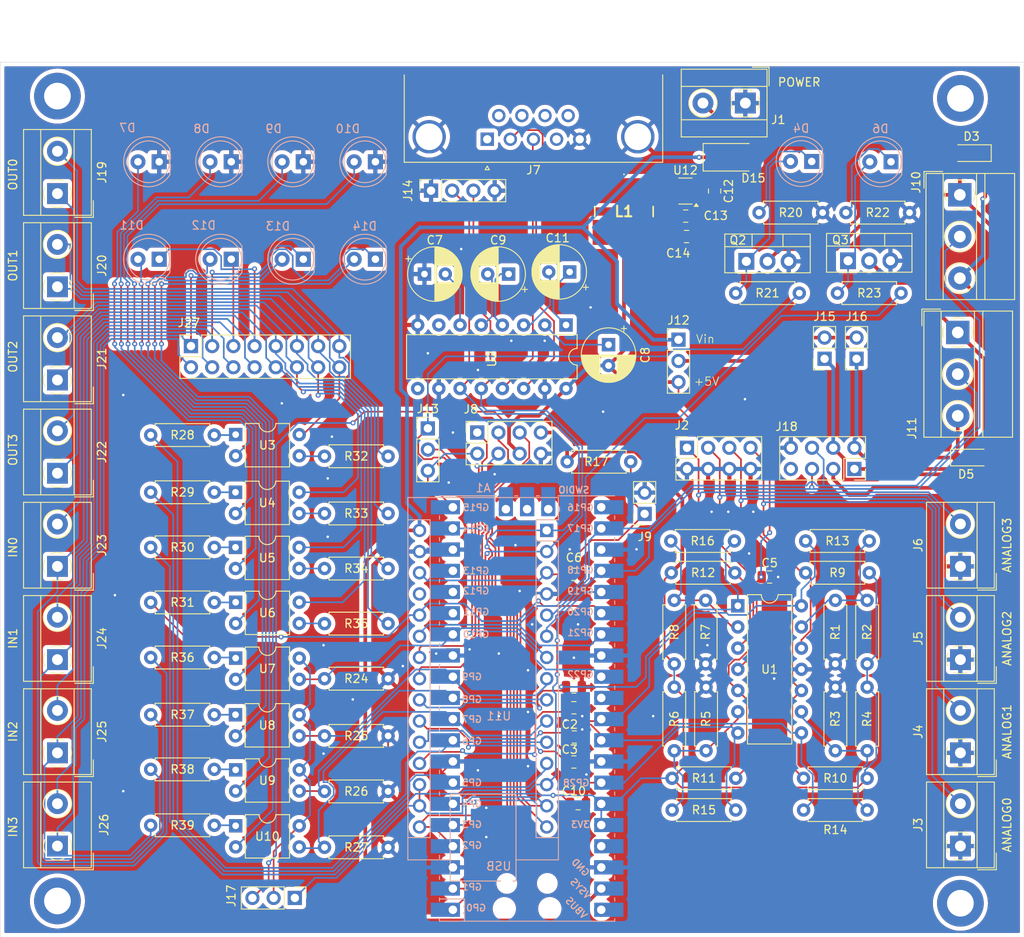
<source format=kicad_pcb>
(kicad_pcb (version 20240108) (generator "pcbnew") (generator_version "8.0")
  (title_block (title "Levelshifter for the Arduino Nano") (date "2024-07-16") (rev "1") (company "Fontys"))
  (layers (0 "F.Cu" signal) (31 "B.Cu" signal) (34 "B.Paste" user) (35 "F.Paste" user) (36 "B.SilkS" user "B.Silkscreen") (37 "F.SilkS" user "F.Silkscreen") (38 "B.Mask" user) (39 "F.Mask" user) (44 "Edge.Cuts" user))
  (net 0 "")
  (net 1 "/OUT3")
  (net 2 "/SCL")
  (net 3 "/ANALOG2")
  (net 4 "/PWM1")
  (net 5 "/OUT1")
  (net 6 "/MISO")
  (net 7 "/IN3")
  (net 8 "/IN1")
  (net 9 "/OUT0")
  (net 10 "/SDA")
  (net 11 "/ANALOG3")
  (net 12 "VCCQ")
  (net 13 "/OUT2")
  (net 14 "GND")
  (net 15 "Net-(A1-TX1)")
  (net 16 "/ANALOG0")
  (net 17 "/SCK")
  (net 18 "/MOSI")
  (net 19 "/ANALOG1")
  (net 20 "VCC")
  (net 21 "Net-(A1-RX1)")
  (net 22 "/CTRL0")
  (net 23 "/CTRL1")
  (net 24 "/IN0")
  (net 25 "/IN2")
  (net 26 "/PWM0")
  (net 27 "Net-(A1-SCL{slash}A5)")
  (net 28 "Net-(D3-A)")
  (net 29 "Net-(D3-K)")
  (net 30 "Net-(D4-A)")
  (net 31 "Net-(D5-A)")
  (net 32 "Net-(D6-A)")
  (net 33 "Net-(D7-A)")
  (net 34 "Net-(D8-A)")
  (net 35 "Net-(D9-A)")
  (net 36 "Net-(D10-A)")
  (net 37 "Net-(D11-A)")
  (net 38 "Net-(D11-K)")
  (net 39 "Net-(J17-Pin_2)")
  (net 40 "Net-(J19-Pin_1)")
  (net 41 "Net-(J19-Pin_2)")
  (net 42 "Net-(J20-Pin_1)")
  (net 43 "Net-(J20-Pin_2)")
  (net 44 "Net-(J21-Pin_1)")
  (net 45 "Net-(J22-Pin_1)")
  (net 46 "Net-(J23-Pin_1)")
  (net 47 "Net-(J24-Pin_1)")
  (net 48 "Net-(U1D--)")
  (net 49 "Net-(U1C--)")
  (net 50 "Net-(U1B--)")
  (net 51 "Net-(U1A--)")
  (net 52 "Net-(R28-Pad2)")
  (net 53 "Net-(R32-Pad1)")
  (net 54 "Net-(R33-Pad1)")
  (net 55 "Net-(R34-Pad1)")
  (net 56 "Net-(R35-Pad1)")
  (net 57 "Net-(R36-Pad1)")
  (net 58 "Net-(U2-C2+)")
  (net 59 "Net-(U2-C1-)")
  (net 61 "Net-(U2-R1IN)")
  (net 62 "Net-(U2-VS+)")
  (net 63 "Net-(U2-C1+)")
  (net 64 "Net-(U2-C2-)")
  (net 65 "Net-(U2-VS-)")
  (net 67 "Net-(U2-T1OUT)")
  (net 68 "/RESET")
  (net 69 "Vin")
  (net 70 "Net-(D4-K)")
  (net 71 "Net-(D5-K)")
  (net 72 "Net-(D6-K)")
  (net 73 "Net-(D12-K)")
  (net 74 "Net-(D12-A)")
  (net 75 "Net-(D13-A)")
  (net 76 "Net-(D13-K)")
  (net 77 "Net-(D14-K)")
  (net 78 "Net-(D14-A)")
  (net 79 "Net-(J2-Pin_1)")
  (net 80 "Net-(J2-Pin_3)")
  (net 81 "Net-(J2-Pin_7)")
  (net 82 "Net-(J2-Pin_5)")
  (net 83 "Net-(J21-Pin_2)")
  (net 84 "Net-(J22-Pin_2)")
  (net 85 "Net-(J25-Pin_1)")
  (net 86 "Net-(J26-Pin_1)")
  (net 87 "Net-(R29-Pad2)")
  (net 88 "Net-(R30-Pad2)")
  (net 89 "Net-(R31-Pad2)")
  (net 90 "Net-(R37-Pad1)")
  (net 91 "Net-(R38-Pad1)")
  (net 92 "Net-(R39-Pad1)")
  (net 99 "Net-(J12-Pin_2)")
  (net 100 "Net-(D15-A)")
  (net 101 "Net-(U12-SW)")
  (net 102 "Net-(U12-BST)")
  (net 107 "unconnected-(U11-GPIO11-Pad15)")
  (footprint "Package_DIP:DIP-4_W7.62mm" (layer "F.Cu") (at 155.448 89.662)
    (property "Reference" "U4")
    (property "Value" "PC817" (hide yes))
  )
  (footprint "Resistor_THT:R_Axial_DIN0207_L6.3mm_D2.5mm_P7.62mm_Horizontal" (layer "F.Cu") (at 236.22 56.134 180)
    (property "Reference" "R22")
    (property "Value" "150" (hide yes))
  )
  (footprint "Resistor_THT:R_Axial_DIN0207_L6.3mm_D2.5mm_P7.62mm_Horizontal" (layer "F.Cu") (at 166.116 105.41)
    (property "Reference" "R35")
    (property "Value" "4K7" (hide yes))
  )
  (footprint "Connector_PinHeader_2.54mm:PinHeader_1x03_P2.54mm_Vertical" (layer "F.Cu") (at 162.56 138.303 -90)
    (property "Reference" "J17")
    (property "Value" "Selector" (hide yes))
  )
  (footprint "Resistor_THT:R_Axial_DIN0207_L6.3mm_D2.5mm_P7.62mm_Horizontal" (layer "F.Cu") (at 173.736 112.014 180)
    (property "Reference" "R24")
    (property "Value" "10K" (hide yes))
  )
  (footprint "Resistor_THT:R_Axial_DIN0207_L6.3mm_D2.5mm_P7.62mm_Horizontal" (layer "F.Cu") (at 166.116 85.344)
    (property "Reference" "R32")
    (property "Value" "4K7" (hide yes))
  )
  (footprint "TerminalBlock_MetzConnect:TerminalBlock_MetzConnect_Type101_RT01602HBWC_1x02_P5.08mm_Horizontal" (layer "F.Cu") (at 134.112 98.552 90)
    (property "Reference" "J23")
    (property "Value" "IN0")
  )
  (footprint "Resistor_THT:R_Axial_DIN0207_L6.3mm_D2.5mm_P7.62mm_Horizontal" (layer "F.Cu") (at 195.19 86)
    (property "Reference" "R17")
    (property "Value" "10K" (hide yes))
  )
  (footprint "Resistor_THT:R_Axial_DIN0207_L6.3mm_D2.5mm_P7.62mm_Horizontal" (layer "F.Cu") (at 235.204 65.786 180)
    (property "Reference" "R23")
    (property "Value" "150" (hide yes))
  )
  (footprint "Components:CD75" (layer "F.Cu") (at 202 56 180)
    (property "Reference" "L1")
    (property "Value" "74404052039" (hide yes))
  )
  (footprint "Resistor_THT:R_Axial_DIN0207_L6.3mm_D2.5mm_P7.62mm_Horizontal" (layer "F.Cu") (at 207.6196 95.504)
    (property "Reference" "R16")
    (property "Value" "10K" (hide yes))
  )
  (footprint "TerminalBlock_MetzConnect:TerminalBlock_MetzConnect_Type011_RT05503HBWC_1x03_P5.00mm_Horizontal" (layer "F.Cu") (at 242 70.5 -90)
    (property "Reference" "J11")
    (property "Value" "Screw_Terminal_01x03" (hide yes))
  )
  (footprint "Resistor_THT:R_Axial_DIN0207_L6.3mm_D2.5mm_P7.62mm_Horizontal" (layer "F.Cu") (at 231.14 120.65 90)
    (property "Reference" "R4")
    (property "Value" "10K" (hide yes))
  )
  (footprint "Connector_PinSocket_2.54mm:PinSocket_2x04_P2.54mm_Vertical" (layer "F.Cu") (at 229.616 86.868 -90)
    (property "Reference" "J18")
    (property "Value" "OUTPUT")
  )
  (footprint "Capacitor_SMD:C_0805_2012Metric" (layer "F.Cu") (at 219.456 99.822)
    (property "Reference" "C5")
    (property "Value" "100nF" (hide yes))
  )
  (footprint "Connector_PinHeader_2.54mm:PinHeader_1x03_P2.54mm_Vertical" (layer "F.Cu") (at 208.534 71.374)
    (property "Reference" "J12")
    (property "Value" "Selector")
  )
  (footprint "Resistor_THT:R_Axial_DIN0207_L6.3mm_D2.5mm_P7.62mm_Horizontal" (layer "F.Cu") (at 145.288 96.266)
    (property "Reference" "R30")
    (property "Value" "200" (hide yes))
  )
  (footprint "Capacitor_SMD:C_0805_2012Metric_Pad1.18x1.45mm_HandSolder" (layer "F.Cu") (at 209.5 59 180)
    (property "Reference" "C14")
    (property "Value" "47uF" (hide yes))
  )
  (footprint "Resistor_THT:R_Axial_DIN0207_L6.3mm_D2.5mm_P7.62mm_Horizontal" (layer "F.Cu") (at 166.116 98.806)
    (property "Reference" "R34")
    (property "Value" "4K7" (hide yes))
  )
  (footprint "TerminalBlock_MetzConnect:TerminalBlock_MetzConnect_Type101_RT01602HBWC_1x02_P5.08mm_Horizontal" (layer "F.Cu") (at 134.112 65.024 90)
    (property "Reference" "J20")
    (property "Value" "OUT1")
  )
  (footprint "Resistor_THT:R_Axial_DIN0207_L6.3mm_D2.5mm_P7.62mm_Horizontal" (layer "F.Cu") (at 145.288 82.804)
    (property "Reference" "R28")
    (property "Value" "200" (hide yes))
  )
  (footprint "Capacitor_SMD:C_0805_2012Metric" (layer "F.Cu") (at 196 115.5)
    (property "Reference" "C1" (hide yes))
    (property "Value" "100nF" (hide yes))
  )
  (footprint "Resistor_THT:R_Axial_DIN0207_L6.3mm_D2.5mm_P7.62mm_Horizontal" (layer "F.Cu") (at 152.908 116.332 180)
    (property "Reference" "R37")
    (property "Value" "4K7" (hide yes))
  )
  (footprint "Resistor_THT:R_Axial_DIN0207_L6.3mm_D2.5mm_P7.62mm_Horizontal" (layer "F.Cu") (at 211.7852 110.236 90)
    (property "Reference" "R7")
    (property "Value" "10K" (hide yes))
  )
  (footprint "Capacitor_SMD:C_0805_2012Metric" (layer "F.Cu") (at 196 99.5)
    (property "Reference" "C6")
    (property "Value" "100nF" (hide yes))
  )
  (footprint "Resistor_THT:R_Axial_DIN0207_L6.3mm_D2.5mm_P7.62mm_Horizontal" (layer "F.Cu") (at 145.288 89.662)
    (property "Reference" "R29")
    (property "Value" "200" (hide yes))
  )
  (footprint "Package_DIP:DIP-4_W7.62mm" (layer "F.Cu") (at 155.448 116.332)
    (property "Reference" "U8")
    (property "Value" "PC817" (hide yes))
  )
  (footprint "Resistor_THT:R_Axial_DIN0207_L6.3mm_D2.5mm_P7.62mm_Horizontal" (layer "F.Cu") (at 152.908 109.474 180)
    (property "Reference" "R36")
    (property "Value" "4K7" (hide yes))
  )
  (footprint "Resistor_THT:R_Axial_DIN0207_L6.3mm_D2.5mm_P7.62mm_Horizontal" (layer "F.Cu") (at 152.908 122.8852 180)
    (property "Reference" "R38")
    (property "Value" "4K7" (hide yes))
  )
  (footprint "Package_TO_SOT_THT:TO-220-3_Vertical" (layer "F.Cu") (at 216.662 61.976)
    (property "Reference" "Q2")
    (property "Value" "IRF540N" (hide yes))
  )
  (footprint "Capacitor_SMD:C_0805_2012Metric" (layer "F.Cu") (at 196.05 119)
    (property "Reference" "C2")
    (property "Value" "100nF" (hide yes))
  )
  (footprint "Resistor_THT:R_Axial_DIN0207_L6.3mm_D2.5mm_P7.62mm_Horizontal" (layer "F.Cu") (at 211.836 113.03 -90)
    (property "Reference" "R5")
    (property "Value" "10K" (hide yes))
  )
  (footprint "Capacitor_SMD:C_0805_2012Metric" (layer "F.Cu") (at 196 122)
    (property "Reference" "C3")
    (property "Value" "100nF" (hide yes))
  )
  (footprint "Resistor_THT:R_Axial_DIN0207_L6.3mm_D2.5mm_P7.62mm_Horizontal" (layer "F.Cu") (at 215.2904 99.314 180)
    (property "Reference" "R12")
    (property "Value" "10K" (hide yes))
  )
  (footprint "Diode_SMD:D_SOD-123" (layer "F.Cu") (at 243.65 49 180)
    (property "Reference" "D3")
    (property "Value" "BAV16W" (hide yes))
  )
  (footprint "TerminalBlock_MetzConnect:TerminalBlock_MetzConnect_Type101_RT01602HBWC_1x02_P5.08mm_Horizontal" (layer "F.Cu") (at 242.316 120.904 90)
    (property "Reference" "J4")
    (property "Value" "ANALOG1")
  )
  (footprint "TerminalBlock_MetzConnect:TerminalBlock_MetzConnect_Type011_RT05503HBWC_1x03_P5.00mm_Horizontal" (layer "F.Cu") (at 242.25 54 -90)
    (property "Reference" "J10")
    (property "Value" "Screw_Terminal_01x03" (hide yes))
  )
  (footprint "Resistor_THT:R_Axial_DIN0207_L6.3mm_D2.5mm_P7.62mm_Horizontal" (layer "F.Cu") (at 166.116 92.202)
    (property "Reference" "R33")
    (property "Value" "4K7" (hide yes))
  )
  (footprint "Resistor_THT:R_Axial_DIN0207_L6.3mm_D2.5mm_P7.62mm_Horizontal" (layer "F.Cu") (at 145.288 102.87)
    (property "Reference" "R31")
    (property "Value" "200" (hide yes))
  )
  (footprint "Connector_PinSocket_2.54mm:PinSocket_2x04_P2.54mm_Vertical" (layer "F.Cu") (at 209.55 84.328 90)
    (property "Reference" "J2")
    (property "Value" "INPUT")
  )
  (footprint "Resistor_THT:R_Axial_DIN0207_L6.3mm_D2.5mm_P7.62mm_Horizontal" (layer "F.Cu") (at 173.736 132.2324 180)
    (property "Reference" "R27")
    (property "Value" "10K" (hide yes))
  )
  (footprint "Resistor_THT:R_Axial_DIN0207_L6.3mm_D2.5mm_P7.62mm_Horizontal" (layer "F.Cu") (at 223.52 123.952)
    (property "Reference" "R10")
    (property "Value" "10K" (hide yes))
  )
  (footprint "Resistor_THT:R_Axial_DIN0207_L6.3mm_D2.5mm_P7.62mm_Horizontal" (layer "F.Cu") (at 223.774 99.314)
    (property "Reference" "R9")
    (property "Value" "10K" (hide yes))
  )
  (footprint "Connector_PinSocket_2.54mm:PinSocket_1x02_P2.54mm_Vertical" (layer "F.Cu") (at 226.035 73.66 180)
    (property "Reference" "J15")
    (property "Value" "M_FEED" (hide yes))
  )
  (footprint "Package_DIP:DIP-4_W7.62mm" (layer "F.Cu") (at 155.448 96.266)
    (property "Reference" "U5")
    (property "Value" "PC817" (hide yes))
  )
  (footprint "Resistor_THT:R_Axial_DIN0207_L6.3mm_D2.5mm_P7.62mm_Horizontal" (layer "F.Cu") (at 227.33 110.236 90)
    (property "Reference" "R1")
    (property "Value" "10K" (hide yes))
  )
  (footprint "Resistor_THT:R_Axial_DIN0207_L6.3mm_D2.5mm_P7.62mm_Horizontal" (layer "F.Cu") (at 223.012 65.786 180)
    (property "Reference" "R21")
    (property "Value" "150" (hide yes))
  )
  (footprint "Package_DIP:DIP-4_W7.62mm" (layer "F.Cu") (at 155.468 82.7482)
    (property "Reference" "U3")
    (property "Value" "PC817" (hide yes))
  )
  (footprint "Connector_PinSocket_2.54mm:PinSocket_2x04_P2.54mm_Vertical" (layer "F.Cu") (at 184.42 82.5 90)
    (property "Reference" "J8")
    (property "Value" "SPECIAL")
  )
  (footprint "Capacitor_THT:CP_Radial_D6.3mm_P2.50mm" (layer "F.Cu") (at 178.094 63.5)
    (property "Reference" "C7")
    (property "Value" "C_Polarized" (hide yes))
  )
  (footprint "Capacitor_THT:CP_Radial_D6.3mm_P2.50mm" (layer "F.Cu") (at 200.152 71.969621 -90)
    (property "Reference" "C8")
    (property "Value" "C_Polarized" (hide yes))
  )
  (footprint "Connector_Dsub:DSUB-9_Female_Horizontal_P2.77x2.84mm_EdgePinOffset4.94mm_Housed_MountingHolesOffset7.48mm" (layer "F.Cu") (at 185.615 47.34 180)
    (property "Reference" "J7")
    (property "Value" "DE9_Plug_MountingHoles")
  )
  (footprint "Diode_SMD:D_SMA" (layer "F.Cu") (at 215 49.5)
    (property "Reference" "D15")
    (property "Value" "SS14" (hide yes))
  )
  (footprint "TerminalBlock_MetzConnect:TerminalBlock_MetzConnect_Type101_RT01602HBWC_1x02_P5.08mm_Horizontal" (layer "F.Cu") (at 242.316 98.547 90)
    (property "Reference" "J6")
    (property "Value" "ANALOG3")
  )
  (footprint "Capacitor_SMD:C_0805_2012Metric_Pad1.18x1.45mm_HandSolder" (layer "F.Cu") (at 209.4 56.55 180)
    (property "Reference" "C13")
    (property "Value" "100nF" (hide yes))
  )
  (footprint "TerminalBlock_MetzConnect:TerminalBlock_MetzConnect_Type101_RT01602HBWC_1x02_P5.08mm_Horizontal" (layer "F.Cu") (at 242.316 109.728 90)
    (property "Reference" "J5")
    (property "Value" "ANALOG2")
  )
  (footprint "Package_DIP:DIP-16_W7.62mm" (layer "F.Cu") (at 195.057 69.606 -90)
    (property "Reference" "U2")
    (property "Value" "MAX232")
  )
  (footprint "Resistor_THT:R_Axial_DIN0207_L6.3mm_D2.5mm_P7.62mm_Horizontal" (layer "F.Cu") (at 227.33 113.03 -90)
    (property "Reference" "R3")
    (property "Value" "10K" (hide yes))
  )
  (footprint "Resistor_THT:R_Axial_DIN0207_L6.3mm_D2.5mm_P7.62mm_Horizontal" (layer "F.Cu") (at 207.772 127.762)
    (property "Reference" "R15")
    (property "Value" "10K" (hide yes))
  )
  (footprint "Capacitor_SMD:C_0805_2012Metric" (layer "F.Cu") (at 196.5 127)
    (property "Reference" "C10")
    (property "Value" "100nF" (hide yes))
  )
  (footprint "Resistor_THT:R_Axial_DIN0207_L6.3mm_D2.5mm_P7.62mm_Horizontal" (layer "F.Cu") (at 215.392 123.952 180)
    (property "Reference" "R11")
    (property "Value" "10K" (hide yes))
  )
  (footprint "Package_DIP:DIP-4_W7.62mm" (layer "F.Cu") (at 155.468 122.9482)
    (property "Reference" "U9")
    (property "Value" "PC817" (hide yes))
  )
  (footprint "MountingHole:MountingHole_3.2mm_M3_DIN965_Pad" (layer "F.Cu") (at 242.316 42.439)
    (property "Reference" "REF**" (hide yes))
    (property "Value" "MountingHole_3.2mm_M3_DIN965_Pad" (hide yes))
  )
  (footprint "Connector_PinHeader_2.54mm:PinHeader_1x03_P2.54mm_Vertical" (layer "F.Cu") (at 178.5 82)
    (property "Reference" "J13")
    (property "Value" "Selector")
  )
  (footprint "Package_DIP:DIP-14_W7.62mm" (layer "F.Cu") (at 215.646 103.2714)
    (property "Reference" "U1")
    (property "Value" "LM324A")
  )
  (footprint "TerminalBlock_MetzConnect:TerminalBlock_MetzConnect_Type101_RT01602HBWC_1x02_P5.08mm_Horizontal" (layer "F.Cu") (at 134.112 87.376 90)
    (property "Reference" "J22")
    (property "Value" "OUT3")
  )
  (footprint "Resistor_THT:R_Axial_DIN0207_L6.3mm_D2.5mm_P7.62mm_Horizontal" (layer "F.Cu") (at 225.806 56.134 180)
    (property "Reference" "R20")
    (property "Value" "150" (hide yes))
  )
  (footprint "Resistor_THT:R_Axial_DIN0207_L6.3mm_D2.5mm_P7.62mm_Horizontal" (layer "F.Cu") (at 173.736 118.872 180)
    (property "Reference" "R25")
    (property "Value" "10K" (hide yes))
  )
  (footprint "MountingHole:MountingHole_3.2mm_M3_DIN965_Pad" (layer "F.Cu") (at 242.316 138.938)
    (property "Reference" "REF**" (hide yes))
    (property "Value" "MountingHole_3.2mm_M3_DIN965_Pad" (hide yes))
  )
  (footprint "Resistor_THT:R_Axial_DIN0207_L6.3mm_D2.5mm_P7.62mm_Horizontal" (layer "F.Cu") (at 152.908 129.5908 180)
    (property "Reference" "R39")
    (property "Value" "4K7" (hide yes))
  )
  (footprint "TerminalBlock_MetzConnect:TerminalBlock_MetzConnect_Type101_RT01602HBWC_1x02_P5.08mm_Horizontal" (layer "F.Cu") (at 134.112 120.904 90)
    (property "Reference" "J25")
    (property "Value" "IN2")
  )
  (footprint "Package_TO_SOT_THT:TO-220-3_Vertical" (layer "F.Cu") (at 228.854 61.905)
    (property "Reference" "Q3")
    (property "Value" "IRF540N" (hide yes))
  )
  (footprint "TerminalBlock_MetzConnect:TerminalBlock_MetzConnect_Type101_RT01602HBWC_1x02_P5.08mm_Horizontal" (layer "F.Cu") (at 134.112 109.728 90)
    (property "Reference" "J24")
    (property "Value" "IN1")
  )
  (footprint "Resistor_THT:R_Axial_DIN0207_L6.3mm_D2.5mm_P7.62mm_Horizontal" (layer "F.Cu") (at 208.026 102.616 -90)
    (property "Reference" "R8")
    (property "Value" "10K" (hide yes))
  )
  (footprint "Resistor_THT:R_Axial_DIN0207_L6.3mm_D2.5mm_P7.62mm_Horizontal" (layer "F.Cu") (at 231.394 95.504 180)
    (property "Reference" "R13")
    (property "Value" "10K" (hide yes))
  )
  (footprint "Capacitor_THT:CP_Radial_D6.3mm_P2.50mm" (layer "F.Cu") (at 195.492379 63.246 180)
    (property "Reference" "C11")
    (property "Value" "C_Polarized" (hide yes))
  )
  (footprint "Connector_PinSocket_2.54mm:PinSocket_1x04_P2.54mm_Vertical" (layer "F.Cu") (at 178.88 53.5 90)
    (property "Reference" "J14")
    (property "Value" "Serial")
  )
  (footprint "TerminalBlock_MetzConnect:TerminalBlock_MetzConnect_Type101_RT01602HBWC_1x02_P5.08mm_Horizontal" (layer "F.Cu") (at 134.112 53.853 90)
    (property "Reference" "J19")
    (property "Value" "OUT0")
  )
  (footprint "Package_DIP:DIP-4_W7.62mm" (layer "F.Cu") (at 155.468 129.6482)
    (property "Reference" "U10")
    (property "Value" "PC817" (hide yes))
  )
  (footprint "MountingHole:MountingHole_3.2mm_M3_DIN965_Pad" (layer "F.Cu") (at 134.112 138.663)
    (property "Reference" "REF**" (hide yes))
    (property "Value" "MountingHole_3.2mm_M3_DIN965_Pad" (hide yes))
  )
  (footprint "Resistor_THT:R_Axial_DIN0207_L6.3mm_D2.5mm_P7.62mm_Horizontal" (layer "F.Cu") (at 231.14 102.616 -90)
    (property "Reference" "R2")
    (property "Value" "10K" (hide yes))
  )
  (footprint "Resistor_THT:R_Axial_DIN0207_L6.3mm_D2.5mm_P7.62mm_Horizontal" (layer "F.Cu") (at 208.026 120.65 90)
    (property "Reference" "R6")
    (property "Value" "10K" (hide yes))
  )
  (footprint "TerminalBlock_MetzConnect:TerminalBlock_MetzConnect_Type101_RT01602HBWC_1x02_P5.08mm_Horizontal" (layer "F.Cu") (at 134.112 76.2 90)
    (property "Reference" "J21")
    (property "Value" "OUT2")
  )
  (footprint "Package_DIP:DIP-4_W7.62mm" (layer "F.Cu") (at 155.468 109.5482)
    (property "Reference" "U7")
    (property "Value" "PC817" (hide yes))
  )
  (footprint "TerminalBlock_MetzConnect:TerminalBlock_MetzConnect_Type101_RT01602HBWC_1x02_P5.08mm_Horizontal" (layer "F.Cu") (at 242.316 132.08 90)
    (property "Reference" "J3")
    (property "Value" "ANALOG0")
  )
  (footprint "Connector_PinSocket_2.54mm:PinSocket_2x08_P2.54mm_Vertical" (layer "F.Cu") (at 150.114 72.136 90)
    (property "Reference" "J27")
    (property "Value" "ROBOT")
  )
  (footprint "Package_TO_SOT_SMD:TSOT-23-6" (layer "F.Cu") (at 209.3625 53.55 180)
    (property "Reference" "U12")
    (property "Value" "AP63203WU" (hide yes))
  )
  (footprint "Connector_PinSocket_2.54mm:PinSocket_1x02_P2.54mm_Vertical" (layer "F.Cu") (at 229.87 73.66 180)
    (property "Reference" "J16")
    (property "Value" "M_FEED" (hide yes))
  )
  (footprint "Capacitor_THT:CP_Radial_D6.3mm_P2.50mm" (layer "F.Cu") (at 188.174 63.5 180)
    (property "Reference" "C9")
    (property "Value" "C_Polarized" (hide yes))
  )
  (footprint "Capacitor_SMD:C_0805_2012Metric_Pad1.18x1.45mm_HandSolder" (layer "F.Cu") (at 212.8625 53.55 -90)
    (property "Reference" "C12")
    (property "Value" "10uF" (hide yes))
  )
  (footprint "Connector_PinSocket_2.54mm:PinSocket_1x02_P2.54mm_Vertical" (layer "F.Cu") (at 204.475 92.25 180)
    (property "Reference" "J9")
    (property "Value" "RESET" (hide yes))
  )
  (footprint "MountingHole:MountingHole_3.2mm_M3_DIN965_Pad" (layer "F.Cu") (at 134.112 42.164)
    (property "Reference" "REF**" (hide yes))
    (property "Value" "MountingHole_3.2mm_M3_DIN965_Pad" (hide yes))
  )
  (footprint "Package_DIP:DIP-4_W7.62mm" (layer "F.Cu") (at 155.468 102.8482)
    (property "Reference" "U6")
    (property "Value" "PC817" (hide yes))
  )
  (footprint "Capacitor_SMD:C_0805_2012Metric" (layer "F.Cu") (at 196 113)
    (property "Reference" "C4" (hide yes))
    (property "Value" "100nF" (hide yes))
  )
  (footprint "TerminalBlock_MetzConnect:TerminalBlock_MetzConnect_Type101_RT01602HBWC_1x02_P5.08mm_Horizontal" (layer "F.Cu") (at 216.545 43 180)
    (property "Reference" "J1")
    (property "Value" "POWER")
  )
  (footprint "Resistor_THT:R_Axial_DIN0207_L6.3mm_D2.5mm_P7.62mm_Horizontal" (layer "F.Cu") (at 173.736 125.5268 180)
    (property "Reference" "R26")
    (property "Value" "10K" (hide yes))
  )
  (footprint "Diode_SMD:D_SOD-123" (layer "F.Cu") (at 243.5 85.5)
    (property "Reference" "D5")
    (property "Value" "BAV16W" (hide yes))
  )
  (footprint "TerminalBlock_MetzConnect:TerminalBlock_MetzConnect_Type101_RT01602HBWC_1x02_P5.08mm_Horizontal" (layer "F.Cu") (at 134.112 132.08 90)
    (property "Reference" "J26")
    (property "Value" "IN3")
  )
  (footprint "Resistor_THT:R_Axial_DIN0207_L6.3mm_D2.5mm_P7.62mm_Horizontal" (layer "F.Cu") (at 231.14 127.762 180)
    (property "Reference" "R14")
    (property "Value" "10K" (hide yes))
  )
  (footprint "LED_THT:LED_D5.0mm" (layer "B.Cu") (at 172.212 50.038 180)
    (property "Reference" "D10")
    (property "Value" "LED")
  )
  (footprint "LED_THT:LED_D5.0mm" (layer "B.Cu") (at 146.304 61.722 180)
    (property "Reference" "D11")
    (property "Value" "LED")
  )
  (footprint "Components:pico" (layer "B.Cu") (at 190.39 115.59)
    (property "Reference" "U11")
    (property "Value" "Pico")
  )
  (footprint "LED_THT:LED_D5.0mm" (layer "B.Cu") (at 224.5 50 180)
    (property "Reference" "D4")
    (property "Value" "LED" (hide yes))
  )
  (footprint "LED_THT:LED_D5.0mm" (layer "B.Cu") (at 172.212 61.722 180)
    (property "Reference" "D14")
    (property "Value" "LED")
  )
  (footprint "LED_THT:LED_D5.0mm" (layer "B.Cu") (at 146.304 50.038 180)
    (property "Reference" "D7")
    (property "Value" "LED")
  )
  (footprint "LED_THT:LED_D5.0mm" (layer "B.Cu") (at 163.576 50.038 180)
    (property "Reference" "D9")
    (property "Value" "LED")
  )
  (footprint "Module:Arduino_Nano" (layer "B.Cu") (at 192.74 94.234 180)
    (property "Reference" "A1")
    (property "Value" "Arduino_Nano_Every" (hide yes))
  )
  (footprint "LED_THT:LED_D5.0mm" (layer "B.Cu") (at 154.94 50.038 180)
    (property "Reference" "D8")
    (property "Value" "LED")
  )
  (footprint "LED_THT:LED_D5.0mm" (layer "B.Cu") (at 163.576 61.722 180)
    (property "Reference" "D13")
    (property "Value" "LED")
  )
  (footprint "LED_THT:LED_D5.0mm" (layer "B.Cu") (at 234 50.038 180)
    (property "Reference" "D6")
    (property "Value" "LED" (hide yes))
  )
  (footprint "LED_THT:LED_D5.0mm" (layer "B.Cu") (at 154.94 61.722 180)
    (property "Reference" "D12")
    (property "Value" "LED")
  )
  (gr_line (start 249.936 38.1) (end 249.936 143.002) (stroke (width 0.05)) (layer "Edge.Cuts"))
  (gr_line (start 249.936 143.002) (end 127.254 143.002) (stroke (width 0.05)) (layer "Edge.Cuts"))
  (gr_line (start 127.254 38.1) (end 249.936 38.1) (stroke (width 0.05)) (layer "Edge.Cuts"))
  (gr_line (start 127.254 143.002) (end 127.254 38.1) (stroke (width 0.05)) (layer "Edge.Cuts"))
  (gr_text "Vin\n" (at 210.566 71.882 0) (layer "F.SilkS") (effects (font (size 1 1) (thickness 0.1)) (justify left bottom)))
  (gr_text "+5V" (at 210.312 76.962 0) (layer "F.SilkS") (effects (font (size 1 1) (thickness 0.1)) (justify left bottom)))
  (segment (start 191.747829 102.694) (end 192.347829 103.294) (width 0.2) (layer "F.Cu") (net 1))
  (segment (start 177.5 104.394) (end 177.076 103.97) (width 0.2) (layer "F.Cu") (net 1))
  (segment (start 198.414 103.294) (end 199.28 104.16) (width 0.2) (layer "F.Cu") (net 1))
  (segment (start 177.5 104.06) (end 177.5 104.394) (width 0.2) (layer "F.Cu") (net 1))
  (segment (start 192.347829 103.294) (end 198.414 103.294) (width 0.2) (layer "F.Cu") (net 1))
  (segment (start 160.912 107) (end 149.418 107) (width 0.2) (layer "F.Cu") (net 1))
  (segment (start 149.418 107) (end 145.288 102.87) (width 0.2) (layer "F.Cu") (net 1))
  (via (at 191.747829 102.694) (size 0.6) (drill 0.3) (layers "F.Cu" "B.Cu") (net 1))
  (via (at 160.912 107) (size 0.6) (drill 0.3) (layers "F.Cu" "B.Cu") (net 1))
  (segment (start 185 105.15) (end 182.86 103.01) (width 0.2) (layer "B.Cu") (net 1))
  (segment (start 176.307635 104.394) (end 173.701635 107) (width 0.2) (layer "B.Cu") (net 1))
  (segment (start 191.747829 102.694) (end 191.672 102.694) (width 0.2) (layer "B.Cu") (net 1))
  (segment (start 185.05 105.1) (end 185 105.15) (width 0.2) (layer "B.Cu") (net 1))
  (segment (start 177.5 104.394) (end 176.307635 104.394) (width 0.2) (layer "B.Cu") (net 1))
  (segment (start 173.701635 107) (end 160.912 107) (width 0.2) (layer "B.Cu") (net 1))
  (segment (start 182.86 103.01) (end 178.55 103.01) (width 0.2) (layer "B.Cu") (net 1))
  (segment (start 178.55 103.01) (end 177.5 104.06) (width 0.2) (layer "B.Cu") (net 1))
  (segment (start 189.266 105.1) (end 185.05 105.1) (width 0.2) (layer "B.Cu") (net 1))
  (segment (start 191.672 102.694) (end 189.266 105.1) (width 0.2) (layer "B.Cu") (net 1))
  (segment (start 177.5 104.06) (end 177.5 104.394) (width 0.2) (layer "B.Cu") (net 1))
  (segment (start 178.5 88.46) (end 178.5 87.08) (width 0.2) (layer "F.Cu") (net 2))
  (segment (start 181.5 91.46) (end 178.5 88.46) (width 0.2) (layer "F.Cu") (net 2))
  (segment (start 184.42 85.04) (end 180.54 85.04) (width 0.2) (layer "B.Cu") (net 2))
  (segment (start 180.54 85.04) (end 178.5 87.08) (width 0.2) (layer "B.Cu") (net 2))
  (segment (start 195.05 123.05) (end 195.05 122) (width 0.2) (layer "F.Cu") (net 3))
  (segment (start 199.28 124.48) (end 196.48 124.48) (width 0.2) (layer "F.Cu") (net 3))
  (segment (start 182.01 118.01) (end 178.416 118.01) (width 0.2) (layer "F.Cu") (net 3))
  (segment (start 193.784 120.734) (end 195.05 122) (width 0.2) (layer "F.Cu") (net 3))
  (segment (start 196.48 124.48) (end 195.05 123.05) (width 0.2) (layer "F.Cu") (net 3))
  (segment (start 192 120.734) (end 193.784 120.734) (width 0.2) (layer "F.Cu") (net 3))
  (segment (start 183.364061 120.234) (end 183.364061 119.364061) (width 0.2) (layer "F.Cu") (net 3))
  (segment (start 183.364061 119.364061) (end 182.01 118.01) (width 0.2) (layer "F.Cu") (net 3))
  (segment (start 178.416 118.01) (end 177.5 117.094) (width 0.2) (layer "F.Cu") (net 3))
  (segment (start 215.2446 118.11) (end 215.646 118.5114) (width 0.2) (layer "F.Cu") (net 3))
  (via (at 192 120.734) (size 0.6) (drill 0.3) (layers "F.Cu" "B.Cu") (net 3))
  (via (at 183.364061 120.234) (size 0.6) (drill 0.3) (layers "F.Cu" "B.Cu") (net 3))
  (segment (start 215.392 127.762) (end 214.292 126.662) (width 0.2) (layer "B.Cu") (net 3))
  (segment (start 199.28 124.48) (end 202.02 124.48) (width 0.2) (layer "B.Cu") (net 3))
  (segment (start 208.6886 117.8114) (end 214.946 117.8114) (width 0.2) (layer "B.Cu") (net 3))
  (segment (start 192 120.734) (end 191.3 120.034) (width 0.2) (layer "B.Cu") (net 3))
  (segment (start 202.02 124.48) (end 208.6886 117.8114) (width 0.2) (layer "B.Cu") (net 3))
  (segment (start 214.292 126.662) (end 214.292 123.274) (width 0.2) (layer "B.Cu") (net 3))
  (segment (start 214.292 123.274) (end 215.246 122.32) (width 0.2) (layer "B.Cu") (net 3))
  (segment (start 215.246 122.32) (end 215.246 118.9114) (width 0.2) (layer "B.Cu") (net 3))
  (segment (start 191.3 120.034) (end 183.564061 120.034) (width 0.2) (layer "B.Cu") (net 3))
  (segment (start 183.564061 120.034) (end 183.364061 120.234) (width 0.2) (layer "B.Cu") (net 3))
  (segment (start 215.246 118.9114) (end 215.646 118.5114) (width 0.2) (layer "B.Cu") (net 3))
  (segment (start 214.946 117.8114) (end 215.646 118.5114) (width 0.2) (layer "B.Cu") (net 3))
  (segment (start 224.536 86.868) (end 224.536 89.026) (width 0.2) (layer "F.Cu") (net 4))
  (segment (start 224.536 89.026) (end 224.5 89.062) (width 0.2) (layer "F.Cu") (net 4))
  (via (at 224.5 89.062) (size 0.6) (drill 0.3) (layers "F.Cu" "B.Cu") (net 4))
  (segment (start 203.38 99.08) (end 199.28 99.08) (width 0.2) (layer "B.Cu") (net 4))
  (segment (start 240.5 60.75) (end 242.25 59) (width 0.2) (layer "B.Cu") (net 4))
  (segment (start 192.74 106.934) (end 192.74 105.949635) (width 0.2) (layer "B.Cu") (net 4))
  (segment (start 193.84 104.52) (end 199.28 99.08) (width 0.2) (layer "B.Cu") (net 4))
  (segment (start 205 94.565686) (end 210.303686 89.262) (width 0.2) (layer "B.Cu") (net 4))
  (segment (start 237.238 89.262) (end 244.617157 81.882843) (width 0.2) (layer "B.Cu") (net 4))
  (segment (start 193.84 104.849635) (end 193.84 104.52) (width 0.2) (layer "B.Cu") (net 4))
  (segment (start 205 97.46) (end 205 94.565686) (width 0.2) (layer "B.Cu") (net 4))
  (segment (start 244.617157 81.882843) (end 244.617157 69.117157) (width 0.2) (layer "B.Cu") (net 4))
  (segment (start 192.74 105.949635) (end 193.84 104.849635) (width 0.2) (layer "B.Cu") (net 4))
  (segment (start 244.617157 69.117157) (end 240.5 65) (width 0.2) (layer "B.Cu") (net 4))
  (segment (start 224.5 89.262) (end 237.238 89.262) (width 0.2) (layer "B.Cu") (net 4))
  (segment (start 210.303686 89.262) (end 224.5 89.262) (width 0.2) (layer "B.Cu") (net 4))
  (segment (start 240.5 65) (end 240.5 60.75) (width 0.2) (layer "B.Cu") (net 4))
  (segment (start 224.5 89.062) (end 224.5 89.262) (width 0.2) (layer "B.Cu") (net 4))
  (segment (start 205 97.46) (end 203.38 99.08) (width 0.2) (layer "B.Cu") (net 4))
  (segment (start 199.28 99.22) (end 199.28 99.08) (width 0.2) (layer "B.Cu") (net 4))
  (segment (start 181.62 124.48) (end 181.5 124.48) (width 0.2) (layer "F.Cu") (net 5))
  (segment (start 167.165686 135.1) (end 167.155686 135.09) (width 0.2) (layer "B.Cu") (net 5))
  (segment (start 181.5 124.48) (end 182.02 125) (width 0.2) (layer "B.Cu") (net 5))
  (segment (start 181.5 124.48) (end 180.599183 123.579183) (width 0.2) (layer "B.Cu") (net 5))
  (segment (start 177.079183 123.579183) (end 176.292678 124.365687) (width 0.2) (layer "B.Cu") (net 5))
  (segment (start 182.02 125) (end 190.5 125) (width 0.2) (layer "B.Cu") (net 5))
  (segment (start 147.988 92.362) (end 145.288 89.662) (width 0.2) (layer "B.Cu") (net 5))
  (segment (start 167.155686 135.09) (end 154.082314 135.09) (width 0.2) (layer "B.Cu") (net 5))
  (segment (start 147.988 128.995686) (end 147.988 92.362) (width 0.2) (layer "B.Cu") (net 5))
  (segment (start 154.082314 135.09) (end 147.988 128.995686) (width 0.2) (layer "B.Cu") (net 5))
  (segment (start 180.599183 123.579183) (end 177.079183 123.579183) (width 0.2) (layer "B.Cu") (net 5))
  (segment (start 176.292678 126) (end 167.192678 135.1) (width 0.2) (layer "B.Cu") (net 5))
  (segment (start 167.192678 135.1) (end 167.165686 135.1) (width 0.2) (layer "B.Cu") (net 5))
  (segment (start 176.292678 124.365687) (end 176.292678 126) (width 0.2) (layer "B.Cu") (net 5))
  (segment (start 192.74 122.76) (end 192.74 122.174) (width 0.2) (layer "B.Cu") (net 5))
  (segment (start 190.5 125) (end 192.74 122.76) (width 0.2) (layer "B.Cu") (net 5))
  (segment (start 185.5 90.10066) (end 188.11 87.49066) (width 0.2) (layer "F.Cu") (net 6))
  (segment (start 185.5 94.714215) (end 185.8 94.414215) (width 0.2) (layer "F.Cu") (net 6))
  (segment (start 192.74 129.794) (end 189.2 126.254) (width 0.2) (layer "F.Cu") (net 6))
  (segment (start 184.024265 126.824265) (end 183.82853 127.02) (width 0.2) (layer "F.Cu") (net 6))
  (segment (start 187.046346 83.5) (end 187 83.5) (width 0.2) (layer "F.Cu") (net 6))
  (segment (start 183.82853 127.02) (end 181.5 127.02) (width 0.2) (layer "F.Cu") (net 6))
  (segment (start 185.8 94.414215) (end 185.8 93.585785) (width 0.2) (layer "F.Cu") (net 6))
  (segment (start 189.2 126.254) (end 189.2 104.002942) (width 0.2) (layer "F.Cu") (net 6))
  (segment (start 185.5 95.25147) (end 185.5 94.714215) (width 0.2) (layer "F.Cu") (net 6))
  (segment (start 186.6 96.35147) (end 185.5 95.25147) (width 0.2) (layer "F.Cu") (net 6))
  (segment (start 186.96 83.46) (end 186.96 82.5) (width 0.2) (layer "F.Cu") (net 6))
  (segment (start 187 83.5) (end 186.96 83.46) (width 0.2) (layer "F.Cu") (net 6))
  (segment (start 186.6 97.414215) (end 186.6 96.35147) (width 0.2) (layer "F.Cu") (net 6))
  (segment (start 186.2 97.814215) (end 186.6 97.414215) (width 0.2) (layer "F.Cu") (net 6))
  (segment (start 181.52 127) (end 181.5 127.02) (width 0.2) (layer "F.Cu") (net 6))
  (segment (start 189.2 104.002942) (end 186.2 101.002942) (width 0.2) (layer "F.Cu") (net 6))
  (segment (start 186.2 101.002942) (end 186.2 97.814215) (width 0.2) (layer "F.Cu") (net 6))
  (segment (start 188.11 84.563654) (end 187.046346 83.5) (width 0.2) (layer "F.Cu") (net 6))
  (segment (start 185.5 93.285785) (end 185.5 90.10066) (width 0.2) (layer "F.Cu") (net 6))
  (segment (start 185.8 93.585785) (end 185.5 93.285785) (width 0.2) (layer "F.Cu") (net 6))
  (segment (start 188.11 87.49066) (end 188.11 84.563654) (width 0.2) (layer "F.Cu") (net 6))
  (via (at 184.024265 126.824265) (size 0.6) (drill 0.3) (layers "F.Cu" "B.Cu") (net 6))
  (segment (start 191 126.6) (end 184.24853 126.6) (width 0.2) (layer "B.Cu") (net 6))
  (segment (start 191.1 126.6) (end 191 126.6) (width 0.2) (layer "B.Cu") (net 6))
  (segment (start 192.74 129.794) (end 191.5 128.554) (width 0.2) (layer "B.Cu") (net 6))
  (segment (start 191.5 127) (end 191.1 126.6) (width 0.2) (layer "B.Cu") (net 6))
  (segment (start 191.5 128.554) (end 191.5 127) (width 0.2) (layer "B.Cu") (net 6))
  (segment (start 184.24853 126.6) (end 184.024265 126.824265) (width 0.2) (layer "B.Cu") (net 6))
  (segment (start 181.64 117) (end 181.5 116.86) (width 0.2) (layer "F.Cu") (net 7))
  (segment (start 166 123.089737) (end 166 124.4268) (width 0.2) (layer "B.Cu") (net 7))
  (segment (start 181.825686 116.86) (end 183.799686 118.834) (width 0.2) (layer "B.Cu") (net 7))
  (segment (start 165.416 127.782435) (end 165.416 131.5324) (width 0.2) (layer "B.Cu") (net 7))
  (segment (start 192.538994 117.094) (end 192.74 117.094) (width 0.2) (layer "B.Cu") (net 7))
  (segment (start 183.799686 118.834) (end 190.798994 118.834) (width 0.2) (layer "B.Cu") (net 7))
  (segment (start 166.116 132.2324) (end 166.3484 132) (width 0.2) (layer "B.Cu") (net 7))
  (segment (start 166.571635 124.4268) (end 167.216 125.071165) (width 0.2) (layer "B.Cu") (net 7))
  (segment (start 166 124.4268) (end 166.571635 124.4268) (width 0.2) (layer "B.Cu") (net 7))
  (segment (start 167.216 125.071165) (end 167.216 125.982435) (width 0.2) (layer "B.Cu") (net 7))
  (segment (start 173.095737 115.994) (end 166 123.089737) (width 0.2) (layer "B.Cu") (net 7))
  (segment (start 190.798994 118.834) (end 192.538994 117.094) (width 0.2) (layer "B.Cu") (net 7))
  (segment (start 181.5 117) (end 181.5 116.86) (width 0.2) (layer "B.Cu") (net 7))
  (segment (start 165.416 131.5324) (end 166.116 132.2324) (width 0.2) (layer "B.Cu") (net 7))
  (segment (start 166.116 132.2324) (end 166.0144 132.334) (width 0.2) (layer "B.Cu") (net 7))
  (segment (start 166.0144 132.334) (end 163.2338 132.334) (width 0.2) (layer "B.Cu") (net 7))
  (segment (start 180.634 115.994) (end 173.095737 115.994) (width 0.2) (layer "B.Cu") (net 7))
  (segment (start 163.2338 132.334) (end 163.088 132.1882) (width 0.2) (layer "B.Cu") (net 7))
  (segment (start 181.5 116.86) (end 180.634 115.994) (width 0.2) (layer "B.Cu") (net 7))
  (segment (start 167.216 125.982435) (end 165.416 127.782435) (width 0.2) (layer "B.Cu") (net 7))
  (segment (start 181.5 116.86) (end 181.825686 116.86) (width 0.2) (layer "B.Cu") (net 7))
  (segment (start 163.068 118.872) (end 166.116 118.872) (width 0.2) (layer "F.Cu") (net 8))
  (segment (start 177.044365 110.914) (end 169.086365 118.872) (width 0.2) (layer "B.Cu") (net 8))
  (segment (start 180.634 110.914) (end 177.044365 110.914) (width 0.2) (layer "B.Cu") (net 8))
  (segment (start 181.5 111.78) (end 180.634 110.914) (width 0.2) (layer "B.Cu") (net 8))
  (segment (start 191.5 114) (end 192.74 112.76) (width 0.2) (layer "B.Cu") (net 8))
  (segment (start 183.486 114) (end 191.5 114) (width 0.2) (layer "B.Cu") (net 8))
  (segment (start 169.086365 118.872) (end 168.5 118.872) (width 0.2) (layer "B.Cu") (net 8))
  (segment (start 192.74 112.76) (end 192.74 112.014) (width 0.2) (layer "B.Cu") (net 8))
  (segment (start 181.5 112.014) (end 183.486 114) (width 0.2) (layer "B.Cu") (net 8))
  (segment (start 166.116 118.872) (end 168.5 118.872) (width 0.2) (layer "B.Cu") (net 8))
  (segment (start 148.5 86.016) (end 148.5 128.942) (width 0.2) (layer "B.Cu") (net 9))
  (segment (start 181.5 119.4) (end 181.39 119.4) (width 0.2) (layer "B.Cu") (net 9))
  (segment (start 175.892678 122.107322) (end 177.266 120.734) (width 0.2) (layer "B.Cu") (net 9))
  (segment (start 175.892678 125.834314) (end 175.892678 122.107322) (width 0.2) (layer "B.Cu") (net 9))
  (segment (start 154.248 134.69) (end 167.036992 134.69) (width 0.2) (layer "B.Cu") (net 9))
  (segment (start 181.5 119.634) (end 192.74 119.634) (width 0.2) (layer "B.Cu") (net 9))
  (segment (start 180.166 120.734) (end 181.5 119.4) (width 0.2) (layer "B.Cu") (net 9))
  (segment (start 177.266 120.734) (end 180.166 120.734) (width 0.2) (layer "B.Cu") (net 9))
  (segment (start 167.036992 134.69) (end 175.892678 125.834314) (width 0.2) (layer "B.Cu") (net 9))
  (segment (start 145.288 82.804) (end 148.5 86.016) (width 0.2) (layer "B.Cu") (net 9))
  (segment (start 148.5 128.942) (end 154.248 134.69) (width 0.2) (layer "B.Cu") (net 9))
  (segment (start 177.75263 110.63) (end 182.41 110.63) (width 0.2) (layer "F.Cu") (net 10))
  (segment (start 177.5 110.88263) (end 177.75263 110.63) (width 0.2) (layer "F.Cu") (net 10))
  (segment (start 177.5 112.014) (end 177.5 110.88263) (width 0.2) (layer "F.Cu") (net 10))
  (segment (start 182.41 110.63) (end 184.6 108.44) (width 0.2) (layer "F.Cu") (net 10))
  (segment (start 184.6 94) (end 184.6 87.5) (width 0.2) (layer "F.Cu") (net 10))
  (segment (start 184.8 94) (end 184.6 94) (width 0.2) (layer "F.Cu") (net 10))
  (segment (start 184.6 87.5) (end 184.6 86.717669) (width 0.2) (layer "F.Cu") (net 10))
  (segment (start 184.6 86.717669) (end 184.4 86.517669) (width 0.2) (layer "F.Cu") (net 10))
  (segment (start 184.6 108.44) (end 184.6 94) (width 0.2) (layer "F.Cu") (net 10))
  (via (at 184.4 86.517669) (size 0.6) (drill 0.3) (layers "F.Cu" "B.Cu") (net 10))
  (via (at 184.8 94) (size 0.6) (drill 0.3) (layers "F.Cu" "B.Cu") (net 10))
  (segment (start 184.4 86.517669) (end 184.417669 86.5) (width 0.2) (layer "B.Cu") (net 10))
  (segment (start 185.5 86.5) (end 186.96 85.04) (width 0.2) (layer "B.Cu") (net 10))
  (segment (start 184.417669 86.5) (end 185.5 86.5) (width 0.2) (layer "B.Cu") (net 10))
  (segment (start 181.5 94) (end 184.8 94) (width 0.2) (layer "B.Cu") (net 10))
  (segment (start 191.64 114.098365) (end 192.284365 113.454) (width 0.2) (layer "F.Cu") (net 11))
  (segment (start 191.892423 115.262058) (end 191.64 115.009635) (width 0.2) (layer "F.Cu") (net 11))
  (segment (start 191.892423 115.539708) (end 191.892423 115.262058) (width 0.2) (layer "F.Cu") (net 11))
  (segment (start 194.5 113) (end 195.05 113) (width 0.2) (layer "F.Cu") (net 11))
  (segment (start 194.596 113.454) (end 195.05 113) (width 0.2) (layer "F.Cu") (net 11))
  (segment (start 191.64 115.009635) (end 191.64 114.098365) (width 0.2) (layer "F.Cu") (net 11))
  (segment (start 192.284365 113.454) (end 194.596 113.454) (width 0.2) (layer "F.Cu") (net 11))
  (via (at 194.5 113) (size 0.6) (drill 0.3) (layers "F.Cu" "B.Cu") (net 11))
  (via (at 191.892423 115.539708) (size 0.6) (drill 0.3) (layers "F.Cu" "B.Cu") (net 11))
  (segment (start 214.1904 100.1444) (end 215.646 101.6) (width 0.2) (layer "B.Cu") (net 11))
  (segment (start 191.892423 115.539708) (end 191.252715 114.9) (width 0.2) (layer "B.Cu") (net 11))
  (segment (start 215.2014 103.716) (end 215.646 103.2714) (width 0.2) (layer "B.Cu") (net 11))
  (segment (start 204.632843 109.367157) (end 210.284 103.716) (width 0.2) (layer "B.Cu") (net 11))
  (segment (start 203.5 113) (end 204.632843 111.867157) (width 0.2) (layer "B.Cu") (net 11))
  (segment (start 214.1904 96.5532) (end 214.1904 100.1444) (width 0.2) (layer "B.Cu") (net 11))
  (segment (start 194.5 113) (end 203.5 113) (width 0.2) (layer "B.Cu") (net 11))
  (segment (start 215.2396 95.504) (end 214.1904 96.5532) (width 0.2) (layer "B.Cu") (net 11))
  (segment (start 178.416 115.47) (end 177.5 114.554) (width 0.2) (layer "B.Cu") (net 11))
  (segment (start 182.53 115.47) (end 178.416 115.47) (width 0.2) (layer "B.Cu") (net 11))
  (segment (start 204.632843 111.867157) (end 204.632843 109.367157) (width 0.2) (layer "B.Cu") (net 11))
  (segment (start 183.1 114.9) (end 182.53 115.47) (width 0.2) (layer "B.Cu") (net 11))
  (segment (start 215.646 101.6) (end 215.646 103.2714) (width 0.2) (layer "B.Cu") (net 11))
  (segment (start 210.284 103.716) (end 215.2014 103.716) (width 0.2) (layer "B.Cu") (net 11))
  (segment (start 191.252715 114.9) (end 183.1 114.9) (width 0.2) (layer "B.Cu") (net 11))
  (segment (start 194.55 126) (end 195.55 127) (width 0.2) (layer "F.Cu") (net 12))
  (segment (start 207.6704 99.314) (end 206.870401 100.113999) (width 0.2) (layer "F.Cu") (net 12))
  (segment (start 195.19 86) (end 196.41 84.78) (width 0.44) (layer "F.Cu") (net 12))
  (segment (start 230.04 125.052) (end 208.872 125.052) (width 0.2) (layer "F.Cu") (net 12))
  (segment (start 207.617 124.107) (end 207.772 123.952) (width 0.2) (layer "F.Cu") (net 12))
  (segment (start 193.5 126) (end 194.55 126) (width 0.2) (layer "F.Cu") (net 12))
  (segment (start 209.126 122.598) (end 207.772 123.952) (width 0.2) (layer "F.Cu") (net 12))
  (segment (start 208.872 125.052) (end 207.772 123.952) (width 0.2) (layer "F.Cu") (net 12))
  (segment (start 231.14 123.952) (end 230.04 125.052) (width 0.2) (layer "F.Cu") (net 12))
  (segment (start 195.19 84.19) (end 195.19 86) (width 0.44) (layer "F.Cu") (net 12))
  (segment (start 209.126 114.13) (end 209.126 122.598) (width 0.2) (layer "F.Cu") (net 12))
  (segment (start 206.870401 109.080401) (end 208.026 110.236) (width 0.2) (layer "F.Cu") (net 12))
  (segment (start 209 97.9844) (end 207.6704 99.314) (width 0.44) (layer "F.Cu") (net 12))
  (segment (start 177.5 127.254) (end 177.5 124.714) (width 0.2) (layer "F.Cu") (net 12))
  (segment (start 209 90.464659) (end 209 97.9844) (width 0.44) (layer "F.Cu") (net 12))
  (segment (start 208.026 113.03) (end 209.126 114.13) (width 0.2) (layer "F.Cu") (net 12))
  (segment (start 206.870401 100.113999) (end 206.870401 109.080401) (width 0.2) (layer "F.Cu") (net 12))
  (segment (start 196.41 84.78) (end 203.315341 84.78) (width 0.44) (layer "F.Cu") (net 12))
  (segment (start 203.315341 84.78) (end 209 90.464659) (width 0.44) (layer "F.Cu") (net 12))
  (segment (start 193.5 82.5) (end 195.19 84.19) (width 0.44) (layer "F.Cu") (net 12))
  (segment (start 192.04 82.5) (end 193.5 82.5) (width 0.44) (layer "F.Cu") (net 12))
  (via (at 193.5 126) (size 0.6) (drill 0.3) (layers "F.Cu" "B.Cu") (net 12))
  (segment (start 193.5 126) (end 192.015686 126) (width 0.2) (layer "B.Cu") (net 12))
  (segment (start 204.048 123.952) (end 200.98 127.02) (width 0.2) (layer "B.Cu") (net 12))
  (segment (start 182.65 126.35) (end 182.65 128.17) (width 0.2) (layer "B.Cu") (net 12))
  (segment (start 162.56 138.303) (end 164.973 135.89) (width 0.2) (layer "B.Cu") (net 12))
  (segment (start 198.26 126) (end 199.28 127.02) (width 0.2) (layer "B.Cu") (net 12))
  (segment (start 231.394 99.314) (end 232.24 100.16) (width 0.2) (layer "B.Cu") (net 12))
  (segment (start 200.98 127.02) (end 199.28 127.02) (width 0.2) (layer "B.Cu") (net 12))
  (segment (start 232.24 109.136) (end 231.14 110.236) (width 0.2) (layer "B.Cu") (net 12))
  (segment (start 166.01 135.9) (end 167.52405 135.9) (width 0.2) (layer "B.Cu") (net 12))
  (segment (start 166 135.89) (end 166.01 135.9) (width 0.2) (layer "B.Cu") (net 12))
  (segment (start 230.886 123.698) (end 231.14 123.952) (width 0.2) (layer "B.Cu") (net 12))
  (segment (start 230.886 122.993686) (end 230.886 123.698) (width 0.2) (layer "B.Cu") (net 12))
  (segment (start 183.2 125.8) (end 182.65 126.35) (width 0.2) (layer "B.Cu") (net 12))
  (segment (start 178.416 128.17) (end 177.5 127.254) (width 0.2) (layer "B.Cu") (net 12))
  (segment (start 231.14 113.03) (end 231.14 110.236) (width 0.2) (layer "B.Cu") (net 12))
  (segment (start 191.815686 125.8) (end 183.2 125.8) (width 0.2) (layer "B.Cu") (net 12))
  (segment (start 193.5 126) (end 198.26 126) (width 0.2) (layer "B.Cu") (net 12))
  (segment (start 231.14 113.03) (end 232.24 114.13) (width 0.2) (layer "B.Cu") (net 12))
  (segment (start 192.015686 126) (end 191.815686 125.8) (width 0.2) (layer "B.Cu") (net 12))
  (segment (start 177.5 127.254) (end 177.754 127.254) (width 0.2) (layer "B.Cu") (net 12))
  (segment (start 207.772 123.952) (end 207.518 123.698) (width 0.2) (layer "B.Cu") (net 12))
  (segment (start 182.65 128.17) (end 178.416 128.17) (width 0.2) (layer "B.Cu") (net 12))
  (segment (start 176.17005 127.254) (end 177.5 127.254) (width 0.2) (layer "B.Cu") (net 12))
  (segment (start 232.24 100.16) (end 232.24 109.136) (width 0.2) (layer "B.Cu") (net 12))
  (segment (start 199.28 127.02) (end 199.28 129.56) (width 0.2) (layer "B.Cu") (net 12))
  (segment (start 232.24 121.639686) (end 230.886 122.993686) (width 0.2) (layer "B.Cu") (net 12))
  (segment (start 207.772 123.952) (end 204.048 123.952) (width 0.2) (layer "B.Cu") (net 12))
  (segment (start 177.754 127.254) (end 177.988 127.02) (width 0.2) (layer "B.Cu") (net 12))
  (segment (start 164.973 135.89) (end 166 135.89) (width 0.2) (layer "B.Cu") (net 12))
  (segment (start 232.24 114.13) (end 232.24 121.639686) (width 0.2) (layer "B.Cu") (net 12))
  (segment (start 208.026 113.03) (end 208.026 110.236) (width 0.2) (layer "B.Cu") (net 12))
  (segment (start 167.52405 135.9) (end 176.17005 127.254) (width 0.2) (layer "B.Cu") (net 12))
  (segment (start 194 107.434) (end 194 111.514) (width 0.2) (layer "F.Cu") (net 13))
  (via (at 194 111.514) (size 0.6) (drill 0.3) (layers "F.Cu" "B.Cu") (net 13))
  (via (at 194 107.434) (size 0.6) (drill 0.3) (layers "F.Cu" "B.Cu") (net 13))
  (segment (start 191.351686 124.714) (end 192.74 124.714) (width 0.2) (layer "B.Cu") (net 13))
  (segment (start 193.84 113.84) (end 193.5 113.5) (width 0.2) (layer "B.Cu") (net 13))
  (segment (start 167 135.5) (end 167.358364 135.5) (width 0.2) (layer "B.Cu") (net 13))
  (segment (start 166.99 135.49) (end 167 135.5) (width 0.2) (layer "B.Cu") (net 13))
  (segment (start 194 105.255321) (end 194.24 105.015321) (width 0.2) (layer "B.Cu") (net 13))
  (segment (start 197.305686 101.62) (end 199.28 101.62) (width 0.2) (layer "B.Cu") (net 13))
  (segment (start 193.5 113.5) (end 193.5 113) (width 0.2) (layer "B.Cu") (net 13))
  (segment (start 194.24 105.015321) (end 194.24 104.685686) (width 0.2) (layer "B.Cu") (net 13))
  (segment (start 194 112.5) (end 194 111.514) (width 0.2) (layer "B.Cu") (net 13))
  (segment (start 190.665686 125.4) (end 191.351686 124.714) (width 0.2) (layer "B.Cu") (net 13))
  (segment (start 147.588 129.161372) (end 153.916628 135.49) (width 0.2) (layer "B.Cu") (net 13))
  (segment (start 147.588 98.566) (end 147.588 129.161372) (width 0.2) (layer "B.Cu") (net 13))
  (segment (start 194 107.434) (end 194 105.255321) (width 0.2) (layer "B.Cu") (net 13))
  (segment (start 177.044365 125.813999) (end 182.466001 125.813999) (width 0.2) (layer "B.Cu") (net 13))
  (segment (start 153.916628 135.49) (end 166.99 135.49) (width 0.2) (layer "B.Cu") (net 13))
  (segment (start 193.84 123.614) (end 193.84 113.84) (width 0.2) (layer "B.Cu") (net 13))
  (segment (start 167.358364 135.5) (end 177.044365 125.813999) (width 0.2) (layer "B.Cu") (net 13))
  (segment (start 193.5 113) (end 194 112.5) (width 0.2) (layer "B.Cu") (net 13))
  (segment (start 145.288 96.266) (end 147.588 98.566) (width 0.2) (layer "B.Cu") (net 13))
  (segment (start 192.74 124.714) (end 193.84 123.614) (width 0.2) (layer "B.Cu") (net 13))
  (segment (start 182.88 125.4) (end 190.665686 125.4) (width 0.2) (layer "B.Cu") (net 13))
  (segment (start 182.466001 125.813999) (end 182.88 125.4) (width 0.2) (layer "B.Cu") (net 13))
  (segment (start 194.24 104.685686) (end 197.305686 101.62) (width 0.2) (layer "B.Cu") (net 13))
  (segment (start 181.5 121.94) (end 180.166 123.274) (width 0.2) (layer "F.Cu") (net 14))
  (segment (start 176.774 123.274) (end 173.736 120.236) (width 0.2) (layer "F.Cu") (net 14))
  (segment (start 214.5 91.5) (end 214.63 91.37) (width 0.2) (layer "F.Cu") (net 14))
  (segment (start 197 119) (end 197 118.1) (width 0.2) (layer "F.Cu") (net 14))
  (segment (start 173.736 120.236) (end 173.736 118.872) (width 0.2) (layer "F.Cu") (net 14))
  (segment (start 199.22 122) (end 199.28 121.94) (width 0.2) (layer "F.Cu") (net 14))
  (segment (start 196.95 122) (end 196.95 122.95) (width 0.2) (layer "F.Cu") (net 14))
  (segment (start 197 119) (end 197 119.5) (width 0.2) (layer "F.Cu") (net 14))
  (segment (start 183.5 108.974314) (end 183.234314 109.24) (width 0.2) (layer "F.Cu") (net 14))
  (segment (start 226.6746 110.8914) (end 227.33 110.236) (width 0.2) (layer "F.Cu") (net 14))
  (segment (start 196.95 116.45) (end 197 116.5) (width 0.2) (layer "F.Cu") (net 14))
  (segment (start 212.5 92) (end 212.09 91.59) (width 0.2) (layer "F.Cu") (net 14))
  (segment (start 180.166 123.274) (end 176.774 123.274) (width 0.2) (layer "F.Cu") (net 14))
  (segment (start 181.74 109) (end 181.5 109.24) (width 0.2) (layer "F.Cu") (net 14))
  (segment (start 196.95 122.95) (end 197.5 123.5) (width 0.2) (layer "F.Cu") (net 14))
  (segment (start 196.95 122) (end 199.22 122) (width 0.2) (layer "F.Cu") (net 14))
  (segment (start 214.63 91.37) (end 214.63 86.868) (width 0.2) (layer "F.Cu") (net 14))
  (segment (start 212.09 91.59) (end 212.09 86.868) (width 0.2) (layer "F.Cu") (net 14))
  (segment (start 181.26 109) (end 181.5 109.24) (width 0.44) (layer "F.Cu") (net 14))
  (segment (start 196.95 119.55) (end 196.95 122) (width 0.2) (layer "F.Cu") (net 14))
  (segment (start 196.95 115.5) (end 196.95 116.45) (width 0.2) (layer "F.Cu") (net 14))
  (segment (start 197 119.5) (end 196.95 119.55) (width 0.2) (layer "F.Cu") (net 14))
  (segment (start 217.17 91.67) (end 217.17 86.868) (width 0.2) (layer "F.Cu") (net 14))
  (segment (start 179.5 109) (end 181.26 109) (width 0.44) (layer "F.Cu") (net 14))
  (segment (start 183.5 108.5) (end 183.5 108.974314) (width 0.2) (layer "F.Cu") (net 14))
  (segment (start 223.266 110.8914) (end 226.6746 110.8914) (width 0.2) (layer "F.Cu") (net 14))
  (segment (start 183.234314 109.24) (end 181.5 109.24) (width 0.2) (layer "F.Cu") (net 14))
  (segment (start 217.5 92) (end 217.17 91.67) (width 0.2) (layer "F.Cu") (net 14))
  (segment (start 214.5 92) (end 214.5 91.5) (width 0.2) (layer "F.Cu") (net 14))
  (via (at 190.5 116) (size 0.6) (drill 0.3) (layers "F.Cu" "B.Cu") (net 14))
  (via (at 183.5 108.5) (size 0.6) (drill 0.3) (layers "F.Cu" "B.Cu") (net 14))
  (via (at 187 116.5) (size 0.6) (drill 0.3) (layers "F.Cu" "B.Cu") (net 14))
  (via (at 161 79) (size 0.6) (drill 0.3) (layers "F.Cu" "B.Cu") (net 14))
  (via (at 220.472 99.822) (size 0.6) (drill 0.3) (layers "F.Cu" "B.Cu") (net 14))
  (via (at 214.5 92) (size 0.6) (drill 0.3) (layers "F.Cu" "B.Cu") (net 14))
  (via (at 185.5 131) (size 0.6) (drill 0.3) (layers "F.Cu" "B.Cu") (net 14))
  (via (at 216.5 78.5) (size 0.6) (drill 0.3) (layers "F.Cu" "B.Cu") (net 14))
  (via (at 217 97) (size 0.6) (drill 0.3) (layers "F.Cu" "B.Cu") (net 14))
  (via (at 189 96) (size 0.6) (drill 0.3) (layers "F.Cu" "B.Cu") (net 14))
  (via (at 182.5 60.5) (size 0.6) (drill 0.3) (layers "F.Cu" "B.Cu") (net 14))
  (via (at 196.5 105.5) (size 0.6) (drill 0.3) (layers "F.Cu" "B.Cu") (net 14))
  (via (at 192.5 71.5) (size 0.6) (drill 0.3) (layers "F.Cu" "B.Cu") (net 14))
  (via (at 166 121) (size 0.6) (drill 0.3) (layers "F.Cu" "B.Cu") (net 14))
  (via (at 186.5 87.5) (size 0.6) (drill 0.3) (layers "F.Cu" "B.Cu") (net 14))
  (via (at 166.5 95) (size 0.6) (drill 0.3) (layers "F.Cu" "B.Cu") (net 14))
  (via (at 220 112) (size 0.6) (drill 0.3) (layers "F.Cu" "B.Cu") (net 14))
  (via (at 178.5 73) (size 0.6) (drill 0.3) (layers "F.Cu" "B.Cu") (net 14))
  (via (at 203.5 96.5) (size 0.6) (drill 0.3) (layers "F.Cu" "B.Cu") (net 14))
  (via (at 190.5 122.5) (size 0.6) (drill 0.3) (layers "F.Cu" "B.Cu") (net 14))
  (via (at 167 83) (size 0.6) (drill 0.3) (layers "F.Cu" "B.Cu") (net 14))
  (via (at 175.5 110.5) (size 0.6) (drill 0.3) (layers "F.Cu" "B.Cu") (net 14))
  (via (at 198 67.5) (size 0.6) (drill 0.3) (layers "F.Cu" "B.Cu") (net 14))
  (via (at 184.5 123) (size 0.6) (drill 0.3) (layers "F.Cu" "B.Cu") (net 14))
  (via (at 166 108) (size 0.6) (drill 0.3) (layers "F.Cu" "B.Cu") (net 14))
  (via (at 197.5 123.5) (size 0.6) (drill 0.3) (layers "F.Cu" "B.Cu") (net 14))
  (via (at 185.5 127.5) (size 0.6) (drill 0.3) (layers "F.Cu" "B.Cu") (net 14))
  (via (at 205.5 116.5) (size 0.6) (drill 0.3) (layers "F.Cu" "B.Cu") (net 14))
  (via (at 181 88.5) (size 0.6) (drill 0.3) (layers "F.Cu" "B.Cu") (net 14))
  (via (at 195 117) (size 0.6) (drill 0.3) (layers "F.Cu" "B.Cu") (net 14))
  (via (at 181.5 82.5) (size 0.6) (drill 0.3) (layers "F.Cu" "B.Cu") (net 14))
  (via (at 217.5 92) (size 0.6) (drill 0.3) (layers "F.Cu" "B.Cu") (net 14))
  (via (at 142 125.5) (size 0.6) (drill 0.3) (layers "F.Cu" "B.Cu") (net 14))
  (via (at 212.5 92) (size 0.6) (drill 0.3) (layers "F.Cu" "B.Cu") (net 14))
  (via (at 191 105.5) (size 0.6) (drill 0.3) (layers "F.Cu" "B.Cu") (net 14))
  (via (at 142 78) (size 0.6) (drill 0.3) (layers "F.Cu" "B.Cu") (net 14))
  (via (at 195.5 96.5) (size 0.6) (drill 0.3) (layers "F.Cu" "B.Cu") (net 14))
  (via (at 141 102) (size 0.6) (drill 0.3) (layers "F.Cu" "B.Cu") (net 14))
  (via (at 169.5 114.5) (size 0.6) (drill 0.3) (layers "F.Cu" "B.Cu") (net 14))
  (via (at 188.5 71.5) (size 0.6) (drill 0.3) (layers "F.Cu" "B.Cu") (net 14))
  (via (at 197 116.5) (size 0.6) (drill 0.3) (layers "F.Cu" "B.Cu") (net 14))
  (via (at 166.5 88) (size 0.6) (drill 0.3) (layers "F.Cu" "B.Cu") (net 14))
  (via (at 199.5 80) (size 0.6) (drill 0.3) (layers "F.Cu" "B.Cu") (net 14))
  (via (at 197 118.1) (size 0.6) (drill 0.3) (layers "F.Cu" "B.Cu") (net 14))
  (via (at 212 108) (size 0.6) (drill 0.3) (layers "F.Cu" "B.Cu") (net 14))
  (via (at 189.5 101.5) (size 0.6) (drill 0.3) (layers "F.Cu" "B.Cu") (net 14))
  (via (at 179.5 109) (size 0.6) (drill 0.3) (layers "F.Cu" "B.Cu") (net 14))
  (via (at 190.5 111) (size 0.6) (drill 0.3) (layers "F.Cu" "B.Cu") (net 14))
  (via (at 187 109) (size 0.6) (drill 0.3) (layers "F.Cu" "B.Cu") (net 14))
  (via (at 184.5 75) (size 0.6) (drill 0.3) (layers "F.Cu" "B.Cu") (net 14))
  (via (at 196 109.5) (size 0.6) (drill 0.3) (layers "F.Cu" "B.Cu") (net 14))
  (segment (start 183.5 108.87) (end 183.13 109.24) (width 0.2) (layer "B.Cu") (net 14))
  (segment (start 197 118.1) (end 197 116.5) (width 0.2) (layer "B.Cu") (net 14))
  (segment (start 183 109.24) (end 186.76 109.24) (width 0.2) (layer "B.Cu") (net 14))
  (segment (start 184.5 123) (end 183.44 121.94) (width 0.2) (layer "B.Cu") (net 14))
  (segment (start 186.76 109.24) (end 187 109) (width 0.2) (layer "B.Cu") (net 14))
  (segment (start 181.266 96.774) (end 181.5 96.54) (width 0.2) (layer "B.Cu") (net 14))
  (segment (start 183.5 108.5) (end 183.5 108.87) (width 0.2) (layer "B.Cu") (net 14))
  (segment (start 209.55 86.868) (end 212.09 86.868) (width 0.44) (layer "B.Cu") (net 14))
  (segment (start 183.44 121.94) (end 181.5 121.94) (width 0.2) (layer "B.Cu") (net 14))
  (segment (start 214.63 86.868) (end 217.17 86.868) (width 0.44) (layer "B.Cu") (net 14))
  (segment (start 203.46 96.54) (end 203.5 96.5) (width 0.2) (layer "B.Cu") (net 14))
  (segment (start 175.5 110.5) (end 175.574 110.574) (width 0.2) (layer "B.Cu") (net 14))
  (segment (start 181.5 109.24) (end 183 109.24) (width 0.2) (layer "B.Cu") (net 14))
  (segment (start 183.13 109.24) (end 183 109.24) (width 0.2) (layer "B.Cu") (net 14))
  (segment (start 199.28 96.54) (end 203.46 96.54) (width 0.2) (layer "B.Cu") (net 14))
  (segment (start 212.09 86.868) (end 214.63 86.868) (width 0.44) (layer "B.Cu") (net 14))
  (segment (start 186.2 96.751471) (end 186.2 97.248529) (width 0.2) (layer "F.Cu") (net 15))
  (segment (start 185.599999 96.199998) (end 185.800001 96.4) (width 0.2) (layer "F.Cu") (net 15))
  (segment (start 183.457 76.126) (end 182.357 77.226) (width 0.2) (layer "F.Cu") (net 15))
  (segment (start 183.457 55.537) (end 183.457 76.126) (width 0.2) (layer "F.Cu") (net 15))
  (segment (start 185.8 97.648529) (end 185.8 101.168628) (width 0.2) (layer "F.Cu") (net 15))
  (segment (start 186.2 97.248529) (end 185.8 97.648529) (width 0.2) (layer "F.Cu") (net 15))
  (segment (start 181.42 53.5) (end 183.457 55.537) (width 0.2) (layer "F.Cu") (net 15))
  (segment (start 185.800001 96.4) (end 185.848529 96.4) (width 0.2) (layer "F.Cu") (net 15))
  (segment (start 185.8 101.168628) (end 188.8 104.168628) (width 0.2) (layer "F.Cu") (net 15))
  (segment (start 188.8 132.42) (end 181.5 139.72) (width 0.2) (layer "F.Cu") (net 15))
  (segment (start 188.8 104.168628) (end 188.8 132.42) (width 0.2) (layer "F.Cu") (net 15))
  (segment (start 185.848529 96.4) (end 186.2 96.751471) (width 0.2) (layer "F.Cu") (net 15))
  (via (at 185.599999 96.199998) (size 0.6) (drill 0.3) (layers "F.Cu" "B.Cu") (net 15))
  (segment (start 192.532 80.264) (end 196.6 84.332) (width 0.2) (layer "B.Cu") (net 15))
  (segment (start 194.714314 94.234) (end 192.74 94.234) (width 0.2) (layer "B.Cu") (net 15))
  (segment (start 186.766 94.234) (end 192.74 94.234) (width 0.2) (layer "B.Cu") (net 15))
  (segment (start 185.599999 95.400001) (end 186.766 94.234) (width 0.2) (layer "B.Cu") (net 15))
  (segment (start 196.6 84.332) (end 196.6 92.348314) (width 0.2) (layer "B.Cu") (net 15))
  (segment (start 185.395 80.264) (end 192.532 80.264) (width 0.2) (layer "B.Cu") (net 15))
  (segment (start 182.357 77.226) (end 185.395 80.264) (width 0.2) (layer "B.Cu") (net 15))
  (segment (start 185.599999 96.199998) (end 185.599999 95.400001) (width 0.2) (layer "B.Cu") (net 15))
  (segment (start 196.6 92.348314) (end 194.714314 94.234) (width 0.2) (layer "B.Cu") (net 15))
  (segment (start 182.648969 120.641031) (end 182.5 120.79) (width 0.2) (layer "F.Cu") (net 16))
  (segment (start 196.65 117.1) (end 195.05 115.5) (width 0.2) (layer "F.Cu") (net 16))
  (segment (start 192.284365 115.994) (end 194.556 115.994) (width 0.2) (layer "F.Cu") (net 16))
  (segment (start 191.293725 121.109738) (end 191.4 121.003463) (width 0.2) (layer "F.Cu") (net 16))
  (segment (start 191.4 121.003463) (end 191.4 116.878365) (width 0.2) (layer "F.Cu") (net 16))
  (segment (start 194.556 115.994) (end 195.05 115.5) (width 0.2) (layer "F.Cu") (net 16))
  (segment (start 182.5 120.79) (end 178.884 120.79) (width 0.2) (layer "F.Cu") (net 16))
  (segment (start 182.661603 120.641031) (end 182.648969 120.641031) (width 0.2) (layer "F.Cu") (net 16))
  (segment (start 178.884 120.79) (end 177.5 122.174) (width 0.2) (layer "F.Cu") (net 16))
  (segment (start 199.28 116.86) (end 199.04 117.1) (width 0.2) (layer "F.Cu") (net 16))
  (segment (start 191.4 116.878365) (end 192.284365 115.994) (width 0.2) (layer "F.Cu") (net 16))
  (segment (start 199.04 117.1) (end 196.65 117.1) (width 0.2) (layer "F.Cu") (net 16))
  (via (at 182.661603 120.641031) (size 0.6) (drill 0.3) (layers "F.Cu" "B.Cu") (net 16))
  (via (at 191.293725 121.109738) (size 0.6) (drill 0.3) (layers "F.Cu" "B.Cu") (net 16))
  (segment (start 217.8746 103.2714) (end 216.7746 104.3714) (width 0.2) (layer "B.Cu") (net 16))
  (segment (start 224.229635 100.414) (end 224.198 100.414) (width 0.2) (layer "B.Cu") (net 16))
  (segment (start 223.774 95.504) (end 224.874 96.604) (width 0.2) (layer "B.Cu") (net 16))
  (segment (start 205.032843 109.532843) (end 205.032843 112.967157) (width 0.2) (layer "B.Cu") (net 16))
  (segment (start 224.874 99.769635) (end 224.229635 100.414) (width 0.2) (layer "B.Cu") (net 16))
  (segment (start 216.7746 104.3714) (end 214.546 104.3714) (width 0.2) (layer "B.Cu") (net 16))
  (segment (start 223.266 103.2714) (end 217.8746 103.2714) (width 0.2) (layer "B.Cu") (net 16))
  (segment (start 224.198 100.414) (end 223.266 101.346) (width 0.2) (layer "B.Cu") (net 16))
  (segment (start 199.046 117.094) (end 199.28 116.86) (width 0.2) (layer "B.Cu") (net 16))
  (segment (start 223.266 101.346) (end 223.266 103.2714) (width 0.2) (layer "B.Cu") (net 16))
  (segment (start 201.14 116.86) (end 199.845686 116.86) (width 0.2) (layer "B.Cu") (net 16))
  (segment (start 205.032843 112.967157) (end 201.14 116.86) (width 0.2) (layer "B.Cu") (net 16))
  (segment (start 191.183987 121) (end 183.020572 121) (width 0.2) (layer "B.Cu") (net 16))
  (segment (start 224.874 96.604) (end 224.874 99.769635) (width 0.2) (layer "B.Cu") (net 16))
  (segment (start 191.293725 121.109738) (end 191.183987 121) (width 0.2) (layer "B.Cu") (net 16))
  (segment (start 183.020572 121) (end 182.661603 120.641031) (width 0.2) (layer "B.Cu") (net 16))
  (segment (start 199.845686 116.86) (end 199.562843 116.577157) (width 0.2) (layer "B.Cu") (net 16))
  (segment (start 214.2906 104.116) (end 210.449686 104.116) (width 0.2) (layer "B.Cu") (net 16))
  (segment (start 214.546 104.3714) (end 214.2906 104.116) (width 0.2) (layer "B.Cu") (net 16))
  (segment (start 210.449686 104.116) (end 205.032843 109.532843) (width 0.2) (layer "B.Cu") (net 16))
  (segment (start 188 104.5) (end 185 101.5) (width 0.2) (layer "F.Cu") (net 17))
  (segment (start 177.5 129.46) (end 178.55 128.41) (width 0.2) (layer "F.Cu") (net 17))
  (segment (start 178.55 128.41) (end 187.09 128.41) (width 0.2) (layer "F.Cu") (net 17))
  (segment (start 185 86.086346) (end 185.57 85.516346) (width 0.2) (layer "F.Cu") (net 17))
  (segment (start 185.4 94.248529) (end 185.4 93.751471) (width 0.2) (layer "F.Cu") (net 17))
  (segment (start 177.5 129.794) (end 177.5 129.46) (width 0.2) (layer "F.Cu") (net 17))
  (segment (start 185 94.6) (end 185.048529 94.6) (width 0.2) (layer "F.Cu") (net 17))
  (segment (start 185.57 83.65) (end 184.42 82.5) (width 0.2) (layer "F.Cu") (net 17))
  (segment (start 185.57 85.516346) (end 185.57 83.65) (width 0.2) (layer "F.Cu") (net 17))
  (segment (start 185.048529 94.6) (end 185.4 94.248529) (width 0.2) (layer "F.Cu") (net 17))
  (segment (start 179.194 129.794) (end 181.5 132.1) (width 0.2) (layer "F.Cu") (net 17))
  (segment (start 185.4 93.751471) (end 185 93.351471) (width 0.2) (layer "F.Cu") (net 17))
  (segment (start 185 93.351471) (end 185 86.086346) (width 0.2) (layer "F.Cu") (net 17))
  (segment (start 177.5 129.794) (end 179.194 129.794) (width 0.2) (layer "F.Cu") (net 17))
  (segment (start 185 101.5) (end 185 94.6) (width 0.2) (layer "F.Cu") (net 17))
  (segment (start 187.09 128.41) (end 188 127.5) (width 0.2) (layer "F.Cu") (net 17))
  (segment (start 188 127.5) (end 188 104.5) (width 0.2) (layer "F.Cu") (net 17))
  (segment (start 190.65 83.65) (end 189.5 82.5) (width 0.2) (layer "F.Cu") (net 18))
  (segment (start 189.6 103.837256) (end 186.6 100.837256) (width 0.2) (layer "F.Cu") (net 18))
  (segment (start 190.65 85.516346) (end 190.65 83.65) (width 0.2) (layer "F.Cu") (net 18))
  (segment (start 186 95.185784) (end 186 94.779901) (width 0.2) (layer "F.Cu") (net 18))
  (segment (start 190.765686 127.254) (end 189.6 126.088314) (width 0.2) (layer "F.Cu") (net 18))
  (segment (start 187 96.185784) (end 186 95.185784) (width 0.2) (layer "F.Cu") (net 18))
  (segment (start 186.6 97.979901) (end 187 97.579901) (width 0.2) (layer "F.Cu") (net 18))
  (segment (start 186.2 94.579901) (end 186.2 93.4201) (width 0.2) (layer "F.Cu") (net 18))
  (segment (start 186 93.2201) (end 186 90.166346) (width 0.2) (layer "F.Cu") (net 18))
  (segment (start 186.6 100.837256) (end 186.6 97.979901) (width 0.2) (layer "F.Cu") (net 18))
  (segment (start 187 97.579901) (end 187 96.185784) (width 0.2) (layer "F.Cu") (net 18))
  (segment (start 186 90.166346) (end 190.65 85.516346) (width 0.2) (layer "F.Cu") (net 18))
  (segment (start 186 94.779901) (end 186.2 94.579901) (width 0.2) (layer "F.Cu") (net 18))
  (segment (start 186.2 93.4201) (end 186 93.2201) (width 0.2) (layer "F.Cu") (net 18))
  (segment (start 189.6 126.088314) (end 189.6 103.837256) (width 0.2) (layer "F.Cu") (net 18))
  (segment (start 192.74 127.254) (end 190.765686 127.254) (width 0.2) (layer "F.Cu") (net 18))
  (segment (start 183.05 129.212081) (end 183.05 126.95) (width 0.2) (layer "B.Cu") (net 18))
  (segment (start 181.5 129.56) (end 182.702081 129.56) (width 0.2) (layer "B.Cu") (net 18))
  (segment (start 183.8 126.2) (end 191.5 126.2) (width 0.2) (layer "B.Cu") (net 18))
  (segment (start 191.5 126.2) (end 192.554 127.254) (width 0.2) (layer "B.Cu") (net 18))
  (segment (start 192.554 127.254) (end 192.74 127.254) (width 0.2) (layer "B.Cu") (net 18))
  (segment (start 182.702081 129.56) (end 183.05 129.212081) (width 0.2) (layer "B.Cu") (net 18))
  (segment (start 183.05 126.95) (end 183.8 126.2) (width 0.2) (layer "B.Cu") (net 18))
  (segment (start 192 118.500062) (end 194.600062 118.500062) (width 0.2) (layer "F.Cu") (net 19))
  (segment (start 196.5 117.5) (end 195.1 118.9) (width 0.2) (layer "F.Cu") (net 19))
  (segment (start 199.28 119.4) (end 199.28 118.78) (width 0.2) (layer "F.Cu") (net 19))
  (segment (start 194.600062 118.500062) (end 195.1 119) (width 0.2) (layer "F.Cu") (net 19))
  (segment (start 195.1 118.9) (end 195.1 119) (width 0.2) (layer "F.Cu") (net 19))
  (segment (start 199.28 118.78) (end 198 117.5) (width 0.2) (layer "F.Cu") (net 19))
  (segment (start 198 117.5) (end 196.5 117.5) (width 0.2) (layer "F.Cu") (net 19))
  (via (at 192 118.500062) (size 0.6) (drill 0.3) (layers "F.Cu" "B.Cu") (net 19))
  (segment (start 178.55 119.5) (end 178 119.5) (width 0.2) (layer "B.Cu") (net 19))
  (segment (start 206.534314 119.4) (end 199.845686 119.4) (width 0.2) (layer "B.Cu") (net 19))
  (segment (start 220.9114 117.4114) (end 208.522914 117.4114) (width 0.2) (layer "B.Cu") (net 19))
  (segment (start 223.266 118.5114) (end 223.266 122.174) (width 0.2) (layer "B.Cu") (net 19))
  (segment (start 178 119.5) (end 177.5 119) (width 0.2) (layer "B.Cu") (net 19))
  (segment (start 199.046 119.634) (end 199.28 119.4) (width 0.2) (layer "B.Cu") (net 19))
  (segment (start 222.0114 118.5114) (end 220.9114 117.4114) (width 0.2) (layer "B.Cu") (net 19))
  (segment (start 192 118.500062) (end 191.266062 119.234) (width 0.2) (layer "B.Cu") (net 19))
  (segment (start 223.266 122.174) (end 223.297635 122.174) (width 0.2) (layer "B.Cu") (net 19))
  (segment (start 183.634 119.234) (end 182.65 118.25) (width 0.2) (layer "B.Cu") (net 19))
  (segment (start 182.65 118.25) (end 178.55 118.25) (width 0.2) (layer "B.Cu") (net 19))
  (segment (start 224.62 123.496365) (end 224.62 126.662) (width 0.2) (layer "B.Cu") (net 19))
  (segment (start 178.55 118.25) (end 178.55 119.5) (width 0.2) (layer "B.Cu") (net 19))
  (segment (start 199.845686 119.4) (end 199.562843 119.117157) (width 0.2) (layer "B.Cu") (net 19))
  (segment (start 223.297635 122.174) (end 224.62 123.496365) (width 0.2) (layer "B.Cu") (net 19))
  (segment (start 177.5 119) (end 177.5 119.634) (width 0.2) (layer "B.Cu") (net 19))
  (segment (start 208.522914 117.4114) (end 206.534314 119.4) (width 0.2) (layer "B.Cu") (net 19))
  (segment (start 223.266 118.5114) (end 222.0114 118.5114) (width 0.2) (layer "B.Cu") (net 19))
  (segment (start 224.62 126.662) (end 223.52 127.762) (width 0.2) (layer "B.Cu") (net 19))
  (segment (start 177.734 119.4) (end 177.5 119.634) (width 0.2) (layer "B.Cu") (net 19))
  (segment (start 191.266062 119.234) (end 183.634 119.234) (width 0.2) (layer "B.Cu") (net 19))
  (segment (start 219.456 84.328) (end 217.678 82.55) (width 0.2) (layer "F.Cu") (net 20))
  (segment (start 211.445 56) (end 211.445 58.0925) (width 0.44) (layer "F.Cu") (net 20))
  (segment (start 188.23 81.77) (end 189.5 80.5) (width 0.44) (layer "F.Cu") (net 20))
  (segment (start 186.46 80) (end 188.23 81.77) (width 0.2) (layer "F.Cu") (net 20))
  (segment (start 202 72.621621) (end 200.152 74.469621) (width 0.44) (layer "F.Cu") (net 20))
  (segment (start 169.528 81.35) (end 170.878 80) (width 0.2) (layer "F.Cu") (net 20))
  (segment (start 209.2325 57.695) (end 202.805 57.695) (width 0.44) (layer "F.Cu") (net 20))
  (segment (start 219.456 94.5) (end 219.456 84.328) (width 0.2) (layer "F.Cu") (net 20))
  (segment (start 210.5375 59) (end 209.2325 57.695) (width 0.44) (layer "F.Cu") (net 20))
  (segment (start 202.805 57.695) (end 202 58.5) (width 0.44) (layer "F.Cu") (net 20))
  (segment (start 189.5 85.04) (end 188.23 83.77) (width 0.44) (layer "F.Cu") (net 20))
  (segment (start 211.445 55.445) (end 211.445 56) (width 0.44) (layer "F.Cu") (net 20))
  (segment (start 191.783 80.5) (end 195.057 77.226) (width 0.44) (layer "F.Cu") (net 20))
  (segment (start 217.9 108.6374) (end 215.646 110.8914) (width 0.2) (layer "F.Cu") (net 20))
  (segment (start 211.582 82.55) (end 208.534 79.502) (width 0.2) (layer "F.Cu") (net 20))
  (segment (start 159.42 136.363) (end 159.42 134.09) (width 0.2) (layer "F.Cu") (net 20))
  (segment (start 208.534 79.502) (end 208.534 76.454) (width 0.2) (layer "F.Cu") (net 20))
  (segment (start 218.506 99.822) (end 217.9 100.428) (width 0.2) (layer "F.Cu") (net 20))
  (segment (start 210.5 54.5) (end 211.445 55.445) (width 0.44) (layer "F.Cu") (net 20))
  (segment (start 202.136379 76.454) (end 208.534 76.454) (width 0.44) (layer "F.Cu") (net 20))
  (segment (start 170.878 80) (end 186.46 80) (width 0.2) (layer "F.Cu") (net 20))
  (segment (start 217.678 82.55) (end 211.582 82.55) (width 0.2) (layer "F.Cu") (net 20))
  (segment (start 188.23 83.77) (end 188.23 81.77) (width 0.44) (layer "F.Cu") (net 20))
  (segment (start 211.445 58.0925) (end 210.5375 59) (width 0.44) (layer "F.Cu") (net 20))
  (segment (start 157.48 138.303) (end 159.42 136.363) (width 0.2) (layer "F.Cu") (net 20))
  (segment (start 202.136379 76.454) (end 200.152 74.469621) (width 0.44) (layer "F.Cu") (net 20))
  (segment (start 202 58.5) (end 202 72.621621) (width 0.44) (layer "F.Cu") (net 20))
  (segment (start 189.5 80.5) (end 191.783 80.5) (width 0.44) (layer "F.Cu") (net 20))
  (segment (start 217.9 100.428) (end 217.9 108.6374) (width 0.2) (layer "F.Cu") (net 20))
  (via (at 219.456 94.5) (size 0.6) (drill 0.3) (layers "F.Cu" "B.Cu") (net 20))
  (via (at 169.528 81.35) (size 0.6) (drill 0.3) (layers "F.Cu" "B.Cu") (net 20))
  (via (at 218.44 99.822) (size 0.6) (drill 0.3) (layers "F.Cu" "B.Cu") (net 20))
  (via (at 159.42 134.09) (size 0.6) (drill 0.3) (layers "F.Cu" "B.Cu") (net 20))
  (segment (start 160.312 133.198) (end 159.42 134.09) (width 0.2) (layer "B.Cu") (net 20))
  (segment (start 169.528 81.35) (end 162.930565 81.35) (width 0.2) (layer "B.Cu") (net 20))
  (segment (start 160.312 83.968565) (end 160.312 133.198) (width 0.2) (layer "B.Cu") (net 20))
  (segment (start 197.813379 74.469621) (end 200.152 74.469621) (width 0.44) (layer "B.Cu") (net 20))
  (segment (start 219.456 94.5) (end 218.44 95.516) (width 0.2) (layer "B.Cu") (net 20))
  (segment (start 195.057 77.226) (end 197.813379 74.469621) (width 0.44) (layer "B.Cu") (net 20))
  (segment (start 162.930565 81.35) (end 160.312 83.968565) (width 0.2) (layer "B.Cu") (net 20))
  (segment (start 218.44 95.516) (end 218.44 99.822) (width 0.2) (layer "B.Cu") (net 20))
  (segment (start 185.4 101.334314) (end 185.4 97.2) (width 0.2) (layer "F.Cu") (net 21))
  (segment (start 183.96 67.113365) (end 185.997 69.150365) (width 0.2) (layer "F.Cu") (net 21))
  (segment (start 185.4 97.2) (end 185.6 97) (width 0.2) (layer "F.Cu") (net 21))
  (segment (start 181.5 137.18) (end 183.32 137.18) (width 0.2) (layer "F.Cu") (net 21))
  (segment (start 183.32 137.18) (end 188.4 132.1) (width 0.2) (layer "F.Cu") (net 21))
  (segment (start 185.997 69.150365) (end 185.997 76.126) (width 0.2) (layer "F.Cu") (net 21))
  (segment (start 188.4 104.334314) (end 185.4 101.334314) (width 0.2) (layer "F.Cu") (net 21))
  (segment (start 188.4 132.1) (end 188.4 104.334314) (width 0.2) (layer "F.Cu") (net 21))
  (segment (start 183.96 53.5) (end 183.96 67.113365) (width 0.2) (layer "F.Cu") (net 21))
  (segment (start 185.997 76.126) (end 184.897 77.226) (width 0.2) (layer "F.Cu") (net 21))
  (via (at 185.6 97) (size 0.6) (drill 0.3) (layers "F.Cu" "B.Cu") (net 21))
  (segment (start 185.826 96.774) (end 192.74 96.774) (width 0.2) (layer "B.Cu") (net 21))
  (segment (start 197 92.514) (end 192.74 96.774) (width 0.2) (layer "B.Cu") (net 21))
  (segment (start 184.897 77.226) (end 184.897 79.200314) (width 0.2) (layer "B.Cu") (net 21))
  (segment (start 185.560686 79.864) (end 192.697685 79.864) (width 0.2) (layer "B.Cu") (net 21))
  (segment (start 184.897 79.200314) (end 185.560686 79.864) (width 0.2) (layer "B.Cu") (net 21))
  (segment (start 192.697685 79.864) (end 197 84.166315) (width 0.2) (layer "B.Cu") (net 21))
  (segment (start 185.6 97) (end 185.826 96.774) (width 0.2) (layer "B.Cu") (net 21))
  (segment (start 197 84.166315) (end 197 92.514) (width 0.2) (layer "B.Cu") (net 21))
  (segment (start 188.95 105.55) (end 178.55 105.55) (width 0.2) (layer "B.Cu") (net 22))
  (segment (start 191.637686 103.294) (end 193.934629 103.294) (width 0.2) (layer "B.Cu") (net 22))
  (segment (start 191.865686 108.034) (end 197.946 108.034) (width 0.2) (layer "B.Cu") (net 22))
  (segment (start 204.47 80.772) (end 208.591686 80.772) (width 0.2) (layer "B.Cu") (net 22))
  (segment (start 232.518 68.472) (end 235.204 65.786) (width 0.2) (layer "B.Cu") (net 22))
  (segment (start 208.591686 80.772) (end 220.863686 68.5) (width 0.2) (layer "B.Cu") (net 22))
  (segment (start 188.95 105.55) (end 189.381686 105.55) (width 0.2) (layer "B.Cu") (net 22))
  (segment (start 178.55 105.55) (end 177.5 106.6) (width 0.2) (layer "B.Cu") (net 22))
  (segment (start 222.028 68.472) (end 232.518 68.472) (width 0.2) (layer "B.Cu") (net 22))
  (segment (start 220.863686 68.5) (end 222 68.5) (width 0.2) (layer "B.Cu") (net 22))
  (segment (start 197.4 99.828629) (end 197.4 87.842) (width 0.2) (layer "B.Cu") (net 22))
  (segment (start 197.4 87.842) (end 204.47 80.772) (width 0.2) (layer "B.Cu") (net 22))
  (segment (start 197.946 108.034) (end 199.28 106.7) (width 0.2) (layer "B.Cu") (net 22))
  (segment (start 189.381686 105.55) (end 191.637686 103.294) (width 0.2) (layer "B.Cu") (net 22))
  (segment (start 193.934629 103.294) (end 197.4 99.828629) (width 0.2) (layer "B.Cu") (net 22))
  (segment (start 189.381686 105.55) (end 191.865686 108.034) (width 0.2) (layer "B.Cu") (net 22))
  (segment (start 222 68.5) (end 222.028 68.472) (width 0.2) (layer "B.Cu") (net 22))
  (segment (start 177.5 106.6) (end 177.5 106.934) (width 0.2) (layer "B.Cu") (net 22))
  (segment (start 177.35 83.15) (end 178.5 82) (width 0.2) (layer "F.Cu") (net 23))
  (segment (start 178.976346 85.69) (end 178.023654 85.69) (width 0.2) (layer "F.Cu") (net 23))
  (segment (start 180.434314 85.5) (end 179.166346 85.5) (width 0.2) (layer "F.Cu") (net 23))
  (segment (start 183.5 106.55) (end 183.8 106.25) (width 0.2) (layer "F.Cu") (net 23))
  (segment (start 183.8 106.25) (end 183.8 88.865686) (width 0.2) (layer "F.Cu") (net 23))
  (segment (start 183.8 88.865686) (end 180.434314 85.5) (width 0.2) (layer "F.Cu") (net 23))
  (segment (start 177.35 85.016346) (end 177.35 83.15) (width 0.2) (layer "F.Cu") (net 23))
  (segment (start 179.166346 85.5) (end 178.976346 85.69) (width 0.2) (layer "F.Cu") (net 23))
  (segment (start 178.023654 85.69) (end 177.35 85.016346) (width 0.2) (layer "F.Cu") (net 23))
  (via (at 183.5 106.55) (size 0.6) (drill 0.3) (layers "F.Cu" "B.Cu") (net 23))
  (segment (start 198.414 110.914) (end 199.28 111.78) (width 0.2) (layer "B.Cu") (net 23))
  (segment (start 192.624365 110.914) (end 198.414 110.914) (width 0.2) (layer "B.Cu") (net 23))
  (segment (start 216.274 72.524) (end 223.012 65.786) (width 0.2) (layer "B.Cu") (net 23))
  (segment (start 183.7 106.35) (end 189.050314 106.35) (width 0.2) (layer "B.Cu") (net 23))
  (segment (start 180.630379 73.369621) (end 207.154379 73.369621) (width 0.2) (layer "B.Cu") (net 23))
  (segment (start 207.154379 73.369621) (end 208 72.524) (width 0.2) (layer "B.Cu") (net 23))
  (segment (start 191.350157 108.649843) (end 191.350157 109.639792) (width 0.2) (layer "B.Cu") (net 23))
  (segment (start 178.5 82) (end 178.5 75.5) (width 0.2) (layer "B.Cu") (net 23))
  (segment (start 178.5 75.5) (end 180.630379 73.369621) (width 0.2) (layer "B.Cu") (net 23))
  (segment (start 208 72.524) (end 216.274 72.524) (width 0.2) (layer "B.Cu") (net 23))
  (segment (start 183.5 106.55) (end 183.7 106.35) (width 0.2) (layer "B.Cu") (net 23))
  (segment (start 189.050314 106.35) (end 191.350157 108.649843) (width 0.2) (layer "B.Cu") (net 23))
  (segment (start 191.350157 109.639792) (end 192.624365 110.914) (width 0.2) (layer "B.Cu") (net 23))
  (segment (start 163.088 112.0882) (end 166.0418 112.0882) (width 0.2) (layer "F.Cu") (net 24))
  (segment (start 166.0418 112.0882) (end 166.116 112.014) (width 0.2) (layer "F.Cu") (net 24))
  (segment (start 182.55 105.95) (end 189.216 105.95) (width 0.2) (layer "B.Cu") (net 24))
  (segment (start 167.556 110.574) (end 172.661392 110.574) (width 0.2) (layer "B.Cu") (net 24))
  (segment (start 181.8 106.7) (end 182.55 105.95) (width 0.2) (layer "B.Cu") (net 24))
  (segment (start 166.116 112.014) (end 167.556 110.574) (width 0.2) (layer "B.Cu") (net 24))
  (segment (start 172.661392 110.574) (end 175.201392 108.034) (width 0.2) (layer "B.Cu") (net 24))
  (segment (start 175.201392 108.034) (end 180.166 108.034) (width 0.2) (layer "B.Cu") (net 24))
  (segment (start 189.216 105.95) (end 192.74 109.474) (width 0.2) (layer "B.Cu") (net 24))
  (segment (start 181.5 106.7) (end 181.8 106.7) (width 0.2) (layer "B.Cu") (net 24))
  (segment (start 163.1154 112.1156) (end 163.088 112.0882) (width 0.2) (layer "B.Cu") (net 24))
  (segment (start 180.166 108.034) (end 181.5 106.7) (width 0.2) (layer "B.Cu") (net 24))
  (segment (start 163.088 125.4882) (end 166.0774 125.4882) (width 0.2) (layer "F.Cu") (net 25))
  (segment (start 166.0774 125.4882) (end 166.116 125.5268) (width 0.2) (layer "F.Cu") (net 25))
  (segment (start 165.416 124.8268) (end 166.116 125.5268) (width 0.2) (layer "B.Cu") (net 25))
  (segment (start 181.5 114.32) (end 181.334 114.32) (width 0.2) (layer "B.Cu") (net 25))
  (segment (start 165.524051 123) (end 165.5 123) (width 0.2) (layer "B.Cu") (net 25))
  (segment (start 192.686 114.5) (end 192.74 114.554) (width 0.2) (layer "B.Cu") (net 25))
  (segment (start 165.416 123.084) (end 165.416 124.8268) (width 0.2) (layer "B.Cu") (net 25))
  (segment (start 181.5 114.32) (end 180.634 113.454) (width 0.2) (layer "B.Cu") (net 25))
  (segment (start 165.5 123) (end 165.416 123.084) (width 0.2) (layer "B.Cu") (net 25))
  (segment (start 180.634 113.454) (end 175.070051 113.454) (width 0.2) (layer "B.Cu") (net 25))
  (segment (start 163.1266 125.5268) (end 163.088 125.4882) (width 0.2) (layer "B.Cu") (net 25))
  (segment (start 175.070051 113.454) (end 165.524051 123) (width 0.2) (layer "B.Cu") (net 25))
  (segment (start 181.5 114.5) (end 192.686 114.5) (width 0.2) (layer "B.Cu") (net 25))
  (segment (start 225.926 85.718) (end 225.926 88) (width 0.2) (layer "B.Cu") (net 26))
  (segment (start 197.8 99.994315) (end 197.8 95.48) (width 0.2) (layer "B.Cu") (net 26))
  (segment (start 226 88.862) (end 225.148529 88.862) (width 0.2) (layer "B.Cu") (net 26))
  (segment (start 226 88.862) (end 237.072314 88.862) (width 0.2) (layer "B.Cu") (net 26))
  (segment (start 192.74 104.394) (end 193.400315 104.394) (width 0.2) (layer "B.Cu") (net 26))
  (segment (start 193.400315 104.394) (end 197.8 99.994315) (width 0.2) (layer "B.Cu") (net 26))
  (segment (start 225.926 88) (end 225.926 88.788) (width 0.2) (layer "B.Cu") (net 26))
  (segment (start 225.148529 88.862) (end 224.748529 88.462) (width 0.2) (layer "B.Cu") (net 26))
  (segment (start 210.138 88.862) (end 205 94) (width 0.2) (layer "B.Cu") (net 26))
  (segment (start 223.9 88.862) (end 210.138 88.862) (width 0.2) (layer "B.Cu") (net 26))
  (segment (start 197.8 95.48) (end 199.28 94) (width 0.2) (layer "B.Cu") (net 26))
  (segment (start 244.217157 81.717157) (end 244.217157 77.717157) (width 0.2) (layer "B.Cu") (net 26))
  (segment (start 224.748529 88.462) (end 224.251471 88.462) (width 0.2) (layer "B.Cu") (net 26))
  (segment (start 244.217157 77.717157) (end 242 75.5) (width 0.2) (layer "B.Cu") (net 26))
  (segment (start 224.536 84.328) (end 225.926 85.718) (width 0.2) (layer "B.Cu") (net 26))
  (segment (start 223.9 88.813471) (end 223.9 88.862) (width 0.2) (layer "B.Cu") (net 26))
  (segment (start 237.072314 88.862) (end 244.217157 81.717157) (width 0.2) (layer "B.Cu") (net 26))
  (segment (start 205 94) (end 199.28 94) (width 0.2) (layer "B.Cu") (net 26))
  (segment (start 225.926 88.788) (end 226 88.862) (width 0.2) (layer "B.Cu") (net 26))
  (segment (start 224.251471 88.462) (end 223.9 88.813471) (width 0.2) (layer "B.Cu") (net 26))
  (segment (start 184.2 106.8) (end 184.2 88.7) (width 0.2) (layer "F.Cu") (net 27))
  (segment (start 177.5 108.34263) (end 177.75263 108.09) (width 0.2) (layer "F.Cu") (net 27))
  (segment (start 180.04 84.54) (end 178.5 84.54) (width 0.2) (layer "F.Cu") (net 27))
  (segment (start 182.91 108.09) (end 184.2 106.8) (width 0.2) (layer "F.Cu") (net 27))
  (segment (start 184.2 88.7) (end 180.04 84.54) (width 0.2) (layer "F.Cu") (net 27))
  (segment (start 177.5 109.474) (end 177.5 108.34263) (width 0.2) (layer "F.Cu") (net 27))
  (segment (start 177.75263 108.09) (end 182.91 108.09) (width 0.2) (layer "F.Cu") (net 27))
  (segment (start 247.5 59.25) (end 242.25 54) (width 0.44) (layer "F.Cu") (net 28))
  (segment (start 242.25 49.25) (end 242 49) (width 0.44) (layer "F.Cu") (net 28))
  (segment (start 227.4815 60.5) (end 220.678 60.5) (width 0.44) (layer "F.Cu") (net 28))
  (segment (start 233.9815 54) (end 227.4815 60.5) (width 0.44) (layer "F.Cu") (net 28))
  (segment (start 247.5 86.5) (end 247.5 59.25) (width 0.44) (layer "F.Cu") (net 28))
  (segment (start 242.25 54) (end 242.25 49.25) (width 0.44) (layer "F.Cu") (net 28))
  (segment (start 231.87 89.13) (end 244.87 89.13) (width 0.44) (layer "F.Cu") (net 28))
  (segment (start 229 90) (end 231 90) (width 0.44) (layer "F.Cu") (net 28))
  (segment (start 244.87 89.13) (end 247.5 86.5) (width 0.44) (layer "F.Cu") (net 28))
  (segment (start 242.25 54) (end 233.9815 54) (width 0.44) (layer "F.Cu") (net 28))
  (segment (start 227.076 88.076) (end 229 90) (width 0.44) (layer "F.Cu") (net 28))
  (segment (start 220.678 60.5) (end 219.202 61.976) (width 0.44) (layer "F.Cu") (net 28))
  (segment (start 227.076 86.868) (end 227.076 88.076) (width 0.44) (layer "F.Cu") (net 28))
  (segment (start 231 90) (end 231.87 89.13) (width 0.44) (layer "F.Cu") (net 28))
  (segment (start 228.346 85.598) (end 228.346 88.138) (width 0.44) (layer "F.Cu") (net 29))
  (segment (start 245.3 54.2) (end 245.3 49) (width 0.44) (layer "F.Cu") (net 29))
  (segment (start 244.660402 87.508) (end 246.5 85.668402) (width 0.44) (layer "F.Cu") (net 29))
  (segment (start 227.076 84.328) (end 228.346 85.598) (width 0.44) (layer "F.Cu") (net 29))
  (segment (start 232.37 88.138) (end 233 87.508) (width 0.44) (layer "F.Cu") (net 29))
  (segment (start 245 54.5) (end 245.3 54.2) (width 0.44) (layer "F.Cu") (net 29))
  (segment (start 246.5 85.668402) (end 246.5 68.25) (width 0.44) (layer "F.Cu") (net 29))
  (segment (start 233 87.508) (end 244.660402 87.508) (width 0.44) (layer "F.Cu") (net 29))
  (segment (start 246.5 68.25) (end 242.25 64) (width 0.44) (layer "F.Cu") (net 29))
  (segment (start 228.346 88.138) (end 232.37 88.138) (width 0.44) (layer "F.Cu") (net 29))
  (via (at 245 54.5) (size 0.6) (drill 0.3) (layers "F.Cu" "B.Cu") (net 29))
  (segment (start 245 61.25) (end 245 54.5) (width 0.44) (layer "B.Cu") (net 29))
  (segment (start 242.25 64) (end 245 61.25) (width 0.44) (layer "B.Cu") (net 29))
  (segment (start 227.076 74.701) (end 226.035 73.66) (width 0.44) (layer "B.Cu") (net 29))
  (segment (start 227.076 84.328) (end 227.076 74.701) (width 0.44) (layer "B.Cu") (net 29))
  (segment (start 219.45725 50.685879) (end 220.143129 50) (width 0.2) (layer "B.Cu") (net 30))
  (segment (start 219.45725 59.18075) (end 219.45725 50.685879) (width 0.2) (layer "B.Cu") (net 30))
  (segment (start 216.662 64.516) (end 215.392 65.786) (width 0.2) (layer "B.Cu") (net 30))
  (segment (start 216.662 61.976) (end 219.45725 59.18075) (width 0.2) (layer "B.Cu") (net 30))
  (segment (start 216.662 61.976) (end 216.662 64.516) (width 0.2) (layer "B.Cu") (net 30))
  (segment (start 220.143129 50) (end 221.96 50) (width 0.2) (layer "B.Cu") (net 30))
  (segment (start 245.15 85.5) (end 245.15 73.65) (width 0.44) (layer "F.Cu") (net 31))
  (segment (start 231.394 61.905) (end 234.055 64.566) (width 0.44) (layer "F.Cu") (net 31))
  (segment (start 229.616 86.868) (end 243.782 86.868) (width 0.44) (layer "F.Cu") (net 31))
  (segment (start 243.782 86.868) (end 245.15 85.5) (width 0.44) (layer "F.Cu") (net 31))
  (segment (start 236.066 64.566) (end 242 70.5) (width 0.44) (layer "F.Cu") (net 31))
  (segment (start 234.055 64.566) (end 236.066 64.566) (width 0.44) (layer "F.Cu") (net 31))
  (segment (start 231.394 61.905) (end 231.945492 61.905) (width 0.44) (layer "F.Cu") (net 31))
  (segment (start 245.15 73.65) (end 242 70.5) (width 0.44) (layer "F.Cu") (net 31))
  (segment (start 228.854 64.516) (end 227.584 65.786) (width 0.2) (layer "B.Cu") (net 32))
  (segment (start 228.854 61.905) (end 228.854 64.516) (width 0.2) (layer "B.Cu") (net 32))
  (segment (start 228.854 61.905) (end 229.7 61.059) (width 0.2) (layer "B.Cu") (net 32))
  (segment (start 229.7 61.059) (end 229.7 51.798) (width 0.2) (layer "B.Cu") (net 32))
  (segment (start 229.7 51.798) (end 231.46 50.038) (width 0.2) (layer "B.Cu") (net 32))
  (segment (start 140.931997 71.835252) (end 140.931997 64.694576) (width 0.2) (layer "F.Cu") (net 33))
  (segment (start 140.974745 71.878) (end 140.931997 71.835252) (width 0.2) (layer "F.Cu") (net 33))
  (segment (start 140.931997 64.694576) (end 140.948573 64.678) (width 0.2) (layer "F.Cu") (net 33))
  (via (at 140.948573 64.678) (size 0.6) (drill 0.3) (layers "F.Cu" "B.Cu") (net 33))
  (via (at 140.974745 71.878) (size 0.6) (drill 0.3) (layers "F.Cu" "B.Cu") (net 33))
  (segment (start 140.974745 72.227274) (end 149.773471 81.026) (width 0.2) (layer "B.Cu") (net 33))
  (segment (start 141.294 58.430944) (end 143.764 55.960944) (width 0.2) (layer "B.Cu") (net 33))
  (segment (start 141.294 64.008) (end 141.294 58.430944) (width 0.2) (layer "B.Cu") (net 33))
  (segment (start 140.948573 64.353427) (end 141.294 64.008) (width 0.2) (layer "B.Cu") (net 33))
  (segment (start 155.9458 81.026) (end 157.08 82.1602) (width 0.2) (layer "B.Cu") (net 33))
  (segment (start 143.764 55.960944) (end 143.764 50.038) (width 0.2) (layer "B.Cu") (net 33))
  (segment (start 140.974745 71.878) (end 140.974745 72.227274) (width 0.2) (layer "B.Cu") (net 33))
  (segment (start 157.08 82.1602) (end 157.08 83.6762) (width 0.2) (layer "B.Cu") (net 33))
  (segment (start 140.948573 64.678) (end 140.948573 64.353427) (width 0.2) (layer "B.Cu") (net 33))
  (segment (start 149.773471 81.026) (end 155.9458 81.026) (width 0.2) (layer "B.Cu") (net 33))
  (segment (start 157.08 83.6762) (end 155.468 85.2882) (width 0.2) (layer "B.Cu") (net 33))
  (segment (start 141.732 64.694576) (end 141.748576 64.678) (width 0.2) (layer "F.Cu") (net 34))
  (segment (start 141.774748 71.878) (end 141.732 71.835252) (width 0.2) (layer "F.Cu") (net 34))
  (segment (start 141.732 71.835252) (end 141.732 64.694576) (width 0.2) (layer "F.Cu") (net 34))
  (via (at 141.774748 71.878) (size 0.6) (drill 0.3) (layers "F.Cu" "B.Cu") (net 34))
  (via (at 141.748576 64.678) (size 0.6) (drill 0.3) (layers "F.Cu" "B.Cu") (net 34))
  (segment (start 141.694 64.623424) (end 141.694 58.59663) (width 0.2) (layer "B.Cu") (net 34))
  (segment (start 145.97263 54.318) (end 149.86 54.318) (width 0.2) (layer "B.Cu") (net 34))
  (segment (start 157.245685 81.7602) (end 157.48 81.994514) (width 0.2) (layer "B.Cu") (net 34))
  (segment (start 149.939157 80.626) (end 156.111486 80.626) (width 0.2) (layer "B.Cu") (net 34))
  (segment (start 157.48 81.994514) (end 157.48 90.17) (width 0.2) (layer "B.Cu") (net 34))
  (segment (start 152.4 51.778) (end 152.4 50.038) (width 0.2) (layer "B.Cu") (net 34))
  (segment (start 157.48 90.17) (end 155.448 92.202) (width 0.2) (layer "B.Cu") (net 34))
  (segment (start 141.774748 71.878) (end 141.774748 72.461591) (width 0.2) (layer "B.Cu") (net 34))
  (segment (start 149.86 54.318) (end 152.4 51.778) (width 0.2) (layer "B.Cu") (net 34))
  (segment (start 141.774748 72.461591) (end 149.939157 80.626) (width 0.2) (layer "B.Cu") (net 34))
  (segment (start 141.694 58.59663) (end 145.97263 54.318) (width 0.2) (layer "B.Cu") (net 34))
  (segment (start 156.111486 80.626) (end 157.245685 81.7602) (width 0.2) (layer "B.Cu") (net 34))
  (segment (start 141.748576 64.678) (end 141.694 64.623424) (width 0.2) (layer "B.Cu") (net 34))
  (segment (start 142.532003 64.694576) (end 142.548579 64.678) (width 0.2) (layer "F.Cu") (net 35))
  (segment (start 142.574751 71.878) (end 142.532003 71.835252) (width 0.2) (layer "F.Cu") (net 35))
  (segment (start 142.532003 71.835252) (end 142.532003 64.694576) (width 0.2) (layer "F.Cu") (net 35))
  (via (at 142.548579 64.678) (size 0.6) (drill 0.3) (layers "F.Cu" "B.Cu") (net 35))
  (via (at 142.574751 71.878) (size 0.6) (drill 0.3) (layers "F.Cu" "B.Cu") (net 35))
  (segment (start 142.094 63.940578) (end 142.094 58.762314) (width 0.2) (layer "B.Cu") (net 35))
  (segment (start 156.277172 80.226) (end 157.88 81.828828) (width 0.2) (layer "B.Cu") (net 35))
  (segment (start 142.574751 72.695908) (end 150.104843 80.226) (width 0.2) (layer "B.Cu") (net 35))
  (segment (start 161.036 51.924) (end 161.036 50.038) (width 0.2) (layer "B.Cu") (net 35))
  (segment (start 142.574751 71.878) (end 142.574751 72.695908) (width 0.2) (layer "B.Cu") (net 35))
  (segment (start 142.094 58.762314) (end 142.328315 58.528) (width 0.2) (layer "B.Cu") (net 35))
  (segment (start 142.548579 64.678) (end 142.548579 64.395157) (width 0.2) (layer "B.Cu") (net 35))
  (segment (start 157.88 81.828828) (end 157.88 96.374) (width 0.2) (layer "B.Cu") (net 35))
  (segment (start 158.242 54.718) (end 161.036 51.924) (width 0.2) (layer "B.Cu") (net 35))
  (segment (start 146.138315 54.718) (end 158.242 54.718) (width 0.2) (layer "B.Cu") (net 35))
  (segment (start 142.328315 58.528) (end 146.138315 54.718) (width 0.2) (layer "B.Cu") (net 35))
  (segment (start 150.104843 80.226) (end 156.277172 80.226) (width 0.2) (layer "B.Cu") (net 35))
  (segment (start 142.548579 64.395157) (end 142.094 63.940578) (width 0.2) (layer "B.Cu") (net 35))
  (segment (start 157.88 96.374) (end 155.448 98.806) (width 0.2) (layer "B.Cu") (net 35))
  (segment (start 143.374754 71.878) (end 143.332006 71.835252) (width 0.2) (layer "F.Cu") (net 36))
  (segment (start 143.332006 71.835252) (end 143.332006 64.694576) (width 0.2) (layer "F.Cu") (net 36))
  (segment (start 143.332006 64.694576) (end 143.348582 64.678) (width 0.2) (layer "F.Cu") (net 36))
  (via (at 143.348582 64.678) (size 0.6) (drill 0.3) (layers "F.Cu" "B.Cu") (net 36))
  (via (at 143.374754 71.878) (size 0.6) (drill 0.3) (layers "F.Cu" "B.Cu") (net 36))
  (segment (start 142.494 58.928) (end 146.304 55.118) (width 0.2) (layer "B.Cu") (net 36))
  (segment (start 157.791686 81.174828) (end 158.28 81.663142) (width 0.2) (layer "B.Cu") (net 36))
  (segment (start 150.270529 79.826) (end 156.442858 79.826) (width 0.2) (layer "B.Cu") (net 36))
  (segment (start 169.672 51.816) (end 169.672 50.038) (width 0.2) (layer "B.Cu") (net 36))
  (segment (start 143.348582 64.678) (end 143.148579 64.477997) (width 0.2) (layer "B.Cu") (net 36))
  (segment (start 143.374754 71.878) (end 143.374754 72.930225) (width 0.2) (layer "B.Cu") (net 36))
  (segment (start 156.677172 80.060315) (end 157.791686 81.174828) (width 0.2) (layer "B.Cu") (net 36))
  (segment (start 142.494 63.774892) (end 142.494 58.928) (width 0.2) (layer "B.Cu") (net 36))
  (segment (start 166.37 55.118) (end 169.672 51.816) (width 0.2) (layer "B.Cu") (net 36))
  (segment (start 143.374754 72.930225) (end 150.270529 79.826) (width 0.2) (layer "B.Cu") (net 36))
  (segment (start 156.442858 79.826) (end 156.677172 80.060315) (width 0.2) (layer "B.Cu") (net 36))
  (segment (start 158.28 102.5762) (end 155.468 105.3882) (width 0.2) (layer "B.Cu") (net 36))
  (segment (start 146.304 55.118) (end 166.37 55.118) (width 0.2) (layer "B.Cu") (net 36))
  (segment (start 143.148579 64.429471) (end 142.494 63.774892) (width 0.2) (layer "B.Cu") (net 36))
  (segment (start 143.148579 64.477997) (end 143.148579 64.429471) (width 0.2) (layer "B.Cu") (net 36))
  (segment (start 158.28 81.663142) (end 158.28 102.5762) (width 0.2) (layer "B.Cu") (net 36))
  (segment (start 144.272 71.780757) (end 144.174757 71.878) (width 0.2) (layer "F.Cu") (net 37))
  (segment (start 144.148585 64.678) (end 144.272 64.801415) (width 0.2) (layer "F.Cu") (net 37))
  (segment (start 144.272 64.801415) (end 144.272 71.780757) (width 0.2) (layer "F.Cu") (net 37))
  (via (at 144.174757 71.878) (size 0.6) (drill 0.3) (layers "F.Cu" "B.Cu") (net 37))
  (via (at 144.148585 64.678) (size 0.6) (drill 0.3) (layers "F.Cu" "B.Cu") (net 37))
  (segment (start 144.148585 62.106585) (end 143.764 61.722) (width 0.2) (layer "B.Cu") (net 37))
  (segment (start 144.174757 73.164542) (end 150.436215 79.426) (width 0.2) (layer "B.Cu") (net 37))
  (segment (start 158.68 81.497456) (end 158.68 108.8762) (width 0.2) (layer "B.Cu") (net 37))
  (segment (start 144.148585 64.678) (end 144.148585 62.106585) (width 0.2) (layer "B.Cu") (net 37))
  (segment (start 158.68 108.8762) (end 155.468 112.0882) (width 0.2) (layer "B.Cu") (net 37))
  (segment (start 150.436215 79.426) (end 156.608544 79.426) (width 0.2) (layer "B.Cu") (net 37))
  (segment (start 156.608544 79.426) (end 158.68 81.497456) (width 0.2) (layer "B.Cu") (net 37))
  (segment (start 144.174757 71.878) (end 144.174757 73.164542) (width 0.2) (layer "B.Cu") (net 37))
  (segment (start 157.734 62.878) (end 157.734 72.136) (width 0.2) (layer "F.Cu") (net 38))
  (via (at 157.734 62.878) (size 0.6) (drill 0.3) (layers "F.Cu" "B.Cu") (net 38))
  (segment (start 134.112 93.472) (end 136.862 90.722) (width 0.2) (layer "B.Cu") (net 38))
  (segment (start 157.734 70.866) (end 157.734 72.136) (width 0.2) (layer "B.Cu") (net 38))
  (segment (start 157.69 62.922) (end 153.74 62.922) (width 0.2) (layer "B.Cu") (net 38))
  (segment (start 152.897057 60.522) (end 147.504 60.522) (width 0.2) (layer "B.Cu") (net 38))
  (segment (start 155.346 68.478) (end 157.734 70.866) (width 0.2) (layer "B.Cu") (net 38))
  (segment (start 136.862 71.025372) (end 139.409372 68.478) (width 0.2) (layer "B.Cu") (net 38))
  (segment (start 153.74 62.922) (end 153.74 61.364943) (width 0.2) (layer "B.Cu") (net 38))
  (segment (start 157.734 62.878) (end 157.69 62.922) (width 0.2) (layer "B.Cu") (net 38))
  (segment (start 136.862 90.722) (end 136.862 71.025372) (width 0.2) (layer "B.Cu") (net 38))
  (segment (start 147.504 60.522) (end 146.304 61.722) (width 0.2) (layer "B.Cu") (net 38))
  (segment (start 139.409372 68.478) (end 155.346 68.478) (width 0.2) (layer "B.Cu") (net 38))
  (segment (start 153.74 61.364943) (end 152.897057 60.522) (width 0.2) (layer "B.Cu") (net 38))
  (segment (start 160.02 138.303) (end 160.02 132.7162) (width 0.2) (layer "F.Cu") (net 39))
  (segment (start 160.02 132.7162) (end 163.088 129.6482) (width 0.2) (layer "F.Cu") (net 39))
  (segment (start 163.068 116.332) (end 164.376 115.024) (width 0.2) (layer "B.Cu") (net 39))
  (segment (start 164.376 110.888609) (end 164.402204 110.862404) (width 0.2) (layer "B.Cu") (net 39))
  (segment (start 164.402204 110.862404) (end 163.088 109.5482) (width 0.2) (layer "B.Cu") (net 39))
  (segment (start 163.088 122.9482) (end 164.376 121.6602) (width 0.2) (layer "B.Cu") (net 39))
  (segment (start 164.376 124.2362) (end 163.088 122.9482) (width 0.2) (layer "B.Cu") (net 39))
  (segment (start 164.376 117.64) (end 163.068 116.332) (width 0.2) (layer "B.Cu") (net 39))
  (segment (start 163.088 129.6482) (end 164.376 128.3602) (width 0.2) (layer "B.Cu") (net 39))
  (segment (start 164.376 128.3602) (end 164.376 124.2362) (width 0.2) (layer "B.Cu") (net 39))
  (segment (start 164.376 121.6602) (end 164.376 117.64) (width 0.2) (layer "B.Cu") (net 39))
  (segment (start 164.376 115.024) (end 164.376 110.888609) (width 0.2) (layer "B.Cu") (net 39))
  (segment (start 167.894 74.676) (end 167.894 78.405268) (width 0.2) (layer "F.Cu") (net 40))
  (segment (start 167.799268 78.5) (end 163.551068 82.7482) (width 0.2) (layer "F.Cu") (net 40))
  (segment (start 167.894 78.405268) (end 167.799268 78.5) (width 0.2) (layer "F.Cu") (net 40))
  (segment (start 163.551068 82.7482) (end 163.088 82.7482) (width 0.2) (layer "F.Cu") (net 40))
  (segment (start 136.062 64.491686) (end 137.248314 65.678) (width 0.2) (layer "B.Cu") (net 40))
  (segment (start 166.744 70.732) (end 166.744 73.526) (width 0.2) (layer "B.Cu") (net 40))
  (segment (start 136.062 55.803) (end 136.062 64.491686) (width 0.2) (layer "B.Cu") (net 40))
  (segment (start 134.112 53.853) (end 136.062 55.803) (width 0.2) (layer "B.Cu") (net 40))
  (segment (start 137.248314 65.678) (end 161.69 65.678) (width 0.2) (layer "B.Cu") (net 40))
  (segment (start 166.744 73.526) (end 167.894 74.676) (width 0.2) (layer "B.Cu") (net 40))
  (segment (start 161.69 65.678) (end 166.744 70.732) (width 0.2) (layer "B.Cu") (net 40))
  (segment (start 167.894 73.526) (end 168.370346 73.526) (width 0.2) (layer "B.Cu") (net 41))
  (segment (start 169.044 74.199654) (end 169.044 75.825999) (width 0.2) (layer "B.Cu") (net 41))
  (segment (start 137.414 65.278) (end 162.306 65.278) (width 0.2) (layer "B.Cu") (net 41))
  (segment (start 136.462 51.123) (end 136.462 64.326) (width 0.2) (layer "B.Cu") (net 41))
  (segment (start 169.044 75.825999) (end 172.528 79.309999) (width 0.2) (layer "B.Cu") (net 41))
  (segment (start 167.894 72.136) (end 167.894 73.526) (width 0.2) (layer "B.Cu") (net 41))
  (segment (start 136.462 64.326) (end 137.414 65.278) (width 0.2) (layer "B.Cu") (net 41))
  (segment (start 172.528 79.309999) (end 172.528 84.644) (width 0.2) (layer "B.Cu") (net 41))
  (segment (start 134.112 48.773) (end 136.462 51.123) (width 0.2) (layer "B.Cu") (net 41))
  (segment (start 168.370346 73.526) (end 169.044 74.199654) (width 0.2) (layer "B.Cu") (net 41))
  (segment (start 172.528 84.644) (end 173.228 85.344) (width 0.2) (layer "B.Cu") (net 41))
  (segment (start 162.306 65.278) (end 167.894 70.866) (width 0.2) (layer "B.Cu") (net 41))
  (segment (start 167.894 70.866) (end 167.894 72.136) (width 0.2) (layer "B.Cu") (net 41))
  (segment (start 165.354 74.676) (end 165.354 78.026) (width 0.2) (layer "F.Cu") (net 42))
  (via (at 165.354 78.026) (size 0.6) (drill 0.3) (layers "F.Cu" "B.Cu") (net 42))
  (segment (start 165.554 77.826) (end 167.649885 77.826) (width 0.2) (layer "B.Cu") (net 42))
  (segment (start 165.354 78.026) (end 165.554 77.826) (width 0.2) (layer "B.Cu") (net 42))
  (segment (start 135.716942 65.278) (end 136.916942 66.478) (width 0.2) (layer "B.Cu") (net 42))
  (segment (start 164.204 73.526) (end 165.354 74.676) (width 0.2) (layer "B.Cu") (net 42))
  (segment (start 170.128 80.304115) (end 170.128 87.936) (width 0.2) (layer "B.Cu") (net 42))
  (segment (start 170.128 87.936) (end 168.402 89.662) (width 0.2) (layer "B.Cu") (net 42))
  (segment (start 167.649885 77.826) (end 170.128 80.304115) (width 0.2) (layer "B.Cu") (net 42))
  (segment (start 164.204 70.986) (end 164.204 73.526) (width 0.2) (layer "B.Cu") (net 42))
  (segment (start 136.916942 66.478) (end 159.696 66.478) (width 0.2) (layer "B.Cu") (net 42))
  (segment (start 168.402 89.662) (end 163.068 89.662) (width 0.2) (layer "B.Cu") (net 42))
  (segment (start 159.696 66.478) (end 164.204 70.986) (width 0.2) (layer "B.Cu") (net 42))
  (segment (start 134.366 65.278) (end 135.716942 65.278) (width 0.2) (layer "B.Cu") (net 42))
  (segment (start 134.112 65.024) (end 134.366 65.278) (width 0.2) (layer "B.Cu") (net 42))
  (segment (start 160.704628 66.078) (end 165.354 70.727372) (width 0.2) (layer "B.Cu") (net 43))
  (segment (start 165.354 72.136) (end 165.354 72.701686) (width 0.2) (layer "B.Cu") (net 43))
  (segment (start 165.354 72.701686) (end 166.744 74.091686) (width 0.2) (layer "B.Cu") (net 43))
  (segment (start 135.662 59.944) (end 135.662 64.657372) (width 0.2) (layer "B.Cu") (net 43))
  (segment (start 135.662 64.657372) (end 137.082628 66.078) (width 0.2) (layer "B.Cu") (net 43))
  (segment (start 172.128 79.475685) (end 172.128 91.102) (width 0.2) (layer "B.Cu") (net 43))
  (segment (start 137.082628 66.078) (end 160.704628 66.078) (width 0.2) (layer "B.Cu") (net 43))
  (segment (start 166.744 74.091686) (end 166.744 75.152346) (width 0.2) (layer "B.Cu") (net 43))
  (segment (start 166.744 75.152346) (end 167.417654 75.826) (width 0.2) (layer "B.Cu") (net 43))
  (segment (start 167.417654 75.826) (end 168.478315 75.826) (width 0.2) (layer "B.Cu") (net 43))
  (segment (start 165.354 70.727372) (end 165.354 72.136) (width 0.2) (layer "B.Cu") (net 43))
  (segment (start 134.112 59.944) (end 135.662 59.944) (width 0.2) (layer "B.Cu") (net 43))
  (segment (start 172.128 91.102) (end 173.228 92.202) (width 0.2) (layer "B.Cu") (net 43))
  (segment (start 168.478315 75.826) (end 172.128 79.475685) (width 0.2) (layer "B.Cu") (net 43))
  (segment (start 162.814 74.676) (end 162.814 76.864) (width 0.2) (layer "F.Cu") (net 44))
  (segment (start 162.814 76.864) (end 163.576 77.626) (width 0.2) (layer "F.Cu") (net 44))
  (via (at 163.576 77.626) (size 0.6) (drill 0.3) (layers "F.Cu" "B.Cu") (net 44))
  (segment (start 167.815571 77.426) (end 170.528 80.138429) (width 0.2) (layer "B.Cu") (net 44))
  (segment (start 170.528 94.14) (end 168.402 96.266) (width 0.2) (layer "B.Cu") (net 44))
  (segment (start 161.544 70.866) (end 161.544 73.406) (width 0.2) (layer "B.Cu") (net 44))
  (segment (start 163.776 77.426) (end 167.815571 77.426) (width 0.2) (layer "B.Cu") (net 44))
  (segment (start 163.576 77.626) (end 163.776 77.426) (width 0.2) (layer "B.Cu") (net 44))
  (segment (start 135.662 70.528314) (end 138.912314 67.278) (width 0.2) (layer "B.Cu") (net 44))
  (segment (start 135.662 74.65) (end 135.662 70.528314) (width 0.2) (layer "B.Cu") (net 44))
  (segment (start 138.912314 67.278) (end 157.956 67.278) (width 0.2) (layer "B.Cu") (net 44))
  (segment (start 157.956 67.278) (end 161.544 70.866) (width 0.2) (layer "B.Cu") (net 44))
  (segment (start 161.544 73.406) (end 162.814 74.676) (width 0.2) (layer "B.Cu") (net 44))
  (segment (start 168.402 96.266) (end 163.068 96.266) (width 0.2) (layer "B.Cu") (net 44))
  (segment (start 134.112 76.2) (end 135.662 74.65) (width 0.2) (layer "B.Cu") (net 44))
  (segment (start 170.528 80.138429) (end 170.528 94.14) (width 0.2) (layer "B.Cu") (net 44))
  (segment (start 156.216 68.078) (end 159.124 70.986) (width 0.2) (layer "B.Cu") (net 45))
  (segment (start 161.024 75.078032) (end 162.971968 77.026) (width 0.2) (layer "B.Cu") (net 45))
  (segment (start 162.971968 77.026) (end 167.981257 77.026) (width 0.2) (layer "B.Cu") (net 45))
  (segment (start 134.112 87.376) (end 136.462 85.026) (width 0.2) (layer "B.Cu") (net 45))
  (segment (start 139.243686 68.078) (end 156.216 68.078) (width 0.2) (layer "B.Cu") (net 45))
  (segment (start 168.2968 102.8482) (end 163.088 102.8482) (width 0.2) (layer "B.Cu") (net 45))
  (segment (start 161.024 74.676) (end 161.024 75.078032) (width 0.2) (layer "B.Cu") (net 45))
  (segment (start 159.124 73.526) (end 160.274 74.676) (width 0.2) (layer "B.Cu") (net 45))
  (segment (start 136.462 70.859686) (end 139.243686 68.078) (width 0.2) (layer "B.Cu") (net 45))
  (segment (start 136.462 85.026) (end 136.462 70.859686) (width 0.2) (layer "B.Cu") (net 45))
  (segment (start 167.981257 77.026) (end 170.928 79.972743) (width 0.2) (layer "B.Cu") (net 45))
  (segment (start 159.124 70.986) (end 159.124 73.526) (width 0.2) (layer "B.Cu") (net 45))
  (segment (start 160.274 74.676) (end 161.024 74.676) (width 0.2) (layer "B.Cu") (net 45))
  (segment (start 170.928 100.217) (end 168.2968 102.8482) (width 0.2) (layer "B.Cu") (net 45))
  (segment (start 170.928 79.972743) (end 170.928 100.217) (width 0.2) (layer "B.Cu") (net 45))
  (segment (start 147.188 130.549372) (end 143.307372 134.43) (width 0.2) (layer "B.Cu") (net 46))
  (segment (start 145.288 109.474) (end 147.188 111.374) (width 0.2) (layer "B.Cu") (net 46))
  (segment (start 137.262 95.402) (end 137.262 71.191058) (width 0.2) (layer "B.Cu") (net 46))
  (segment (start 134.112 101.6) (end 134.112 98.552) (width 0.2) (layer "B.Cu") (net 46))
  (segment (start 137.262 71.191058) (end 139.575058 68.878) (width 0.2) (layer "B.Cu") (net 46))
  (segment (start 131.762 134.048) (end 131.762 103.95) (width 0.2) (layer "B.Cu") (net 46))
  (segment (start 134.112 98.552) (end 137.262 95.402) (width 0.2) (layer "B.Cu") (net 46))
  (segment (start 143.307372 134.43) (end 132.144 134.43) (width 0.2) (layer "B.Cu") (net 46))
  (segment (start 139.575058 68.878) (end 154.476 68.878) (width 0.2) (layer "B.Cu") (net 46))
  (segment (start 156.584 73.526) (end 157.734 74.676) (width 0.2) (layer "B.Cu") (net 46))
  (segment (start 132.144 134.43) (end 131.762 134.048) (width 0.2) (layer "B.Cu") (net 46))
  (segment (start 156.584 70.986) (end 156.584 73.526) (width 0.2) (layer "B.Cu") (net 46))
  (segment (start 131.762 103.95) (end 134.112 101.6) (width 0.2) (layer "B.Cu") (net 46))
  (segment (start 154.476 68.878) (end 156.584 70.986) (width 0.2) (layer "B.Cu") (net 46))
  (segment (start 147.188 111.374) (end 147.188 130.549372) (width 0.2) (layer "B.Cu") (net 46))
  (segment (start 154.044 73.526) (end 155.194 74.676) (width 0.2) (layer "B.Cu") (net 47))
  (segment (start 132.162 133.795685) (end 132.162 111.678) (width 0.2) (layer "B.Cu") (net 47))
  (segment (start 146.788 130.383686) (end 143.141686 134.03) (width 0.2) (layer "B.Cu") (net 47))
  (segment (start 135.744 108.096) (end 135.744 101.168686) (width 0.2) (layer "B.Cu") (net 47))
  (segment (start 135.744 101.168686) (end 136.417 100.495686) (width 0.2) (layer "B.Cu") (net 47))
  (segment (start 136.417 100.495686) (end 136.417 97.378372) (width 0.2) (layer "B.Cu") (net 47))
  (segment (start 138.062 95.733372) (end 138.062 71.52243) (width 0.2) (layer "B.Cu") (net 47))
  (segment (start 132.162 111.678) (end 134.112 109.728) (width 0.2) (layer "B.Cu") (net 47))
  (segment (start 154.044 71.24) (end 154.044 73.526) (width 0.2) (layer "B.Cu") (net 47))
  (segment (start 139.90643 69.678) (end 152.482 69.678) (width 0.2) (layer "B.Cu") (net 47))
  (segment (start 132.396315 134.03) (end 132.162 133.795685) (width 0.2) (layer "B.Cu") (net 47))
  (segment (start 146.788 117.832) (end 146.788 130.383686) (width 0.2) (layer "B.Cu") (net 47))
  (segment (start 136.417 97.378372) (end 138.062 95.733372) (width 0.2) (layer "B.Cu") (net 47))
  (segment (start 134.112 109.728) (end 135.744 108.096) (width 0.2) (layer "B.Cu") (net 47))
  (segment (start 145.288 116.332) (end 146.788 117.832) (width 0.2) (layer "B.Cu") (net 47))
  (segment (start 143.141686 134.03) (end 132.396315 134.03) (width 0.2) (layer "B.Cu") (net 47))
  (segment (start 152.482 69.678) (end 154.044 71.24) (width 0.2) (layer "B.Cu") (net 47))
  (segment (start 138.062 71.52243) (end 139.90643 69.678) (width 0.2) (layer "B.Cu") (net 47))
  (segment (start 227.33 102.616) (end 231.14 102.616) (width 0.2) (layer "B.Cu") (net 48))
  (segment (start 223.266 105.8114) (end 226.4614 102.616) (width 0.2) (layer "B.Cu") (net 48))
  (segment (start 230.294 101.77) (end 230.294 96.604) (width 0.2) (layer "B.Cu") (net 48))
  (segment (start 226.4614 102.616) (end 227.33 102.616) (width 0.2) (layer "B.Cu") (net 48))
  (segment (start 231.14 102.616) (end 230.294 101.77) (width 0.2) (layer "B.Cu") (net 48))
  (segment (start 230.294 96.604) (end 231.394 95.504) (width 0.2) (layer "B.Cu") (net 48))
  (segment (start 231.14 120.65) (end 227.33 120.65) (width 0.2) (layer "B.Cu") (net 49))
  (segment (start 227.33 120.65) (end 223.266 116.586) (width 0.2) (layer "B.Cu") (net 49))
  (segment (start 231.14 122.174) (end 231.14 120.65) (width 0.2) (layer "B.Cu") (net 49))
  (segment (start 230.04 123.274) (end 231.14 122.174) (width 0.2) (layer "B.Cu") (net 49))
  (segment (start 231.14 127.762) (end 230.04 126.662) (width 0.2) (layer "B.Cu") (net 49))
  (segment (start 223.266 116.586) (end 223.266 115.9714) (width 0.2) (layer "B.Cu") (net 49))
  (segment (start 230.04 126.662) (end 230.04 123.274) (width 0.2) (layer "B.Cu") (net 49))
  (segment (start 211.836 120.65) (end 215.646 116.84) (width 0.2) (layer "F.Cu") (net 50))
  (segment (start 215.646 116.84) (end 215.646 115.9714) (width 0.2) (layer "F.Cu") (net 50))
  (segment (start 208.026 120.65) (end 211.836 120.65) (width 0.2) (layer "B.Cu") (net 50))
  (segment (start 207.772 127.762) (end 209.042 126.492) (width 0.2) (layer "B.Cu") (net 50))
  (segment (start 209.042 126.492) (end 209.042 123.666365) (width 0.2) (layer "B.Cu") (net 50))
  (segment (start 209.042 123.666365) (end 208.026 122.650365) (width 0.2) (layer "B.Cu") (net 50))
  (segment (start 208.026 122.650365) (end 208.026 120.65) (width 0.2) (layer "B.Cu") (net 50))
  (segment (start 211.7852 102.616) (end 214.9806 105.8114) (width 0.2) (layer "F.Cu") (net 51))
  (segment (start 208.026 102.616) (end 211.7852 102.616) (width 0.2) (layer "F.Cu") (net 51))
  (segment (start 214.9806 105.8114) (end 215.646 105.8114) (width 0.2) (layer "F.Cu") (net 51))
  (segment (start 214.9806 105.8114) (end 215.646 105.8114) (width 0.2) (layer "B.Cu") (net 51))
  (segment (start 207.6196 95.504) (end 208.825999 96.710399) (width 0.2) (layer "B.Cu") (net 51))
  (segment (start 208.825999 101.816001) (end 208.026 102.616) (width 0.2) (layer "B.Cu") (net 51))
  (segment (start 208.825999 96.710399) (end 208.825999 101.816001) (width 0.2) (layer "B.Cu") (net 51))
  (segment (start 152.908 82.804) (end 155.4122 82.804) (width 0.2) (layer "B.Cu") (net 52))
  (segment (start 155.4122 82.804) (end 155.468 82.7482) (width 0.2) (layer "B.Cu") (net 52))
  (segment (start 165.608 85.344) (end 163.1438 85.344) (width 0.2) (layer "B.Cu") (net 53))
  (segment (start 163.1438 85.344) (end 163.088 85.2882) (width 0.2) (layer "B.Cu") (net 53))
  (segment (start 165.608 92.202) (end 163.068 92.202) (width 0.2) (layer "B.Cu") (net 54))
  (segment (start 165.608 98.806) (end 163.068 98.806) (width 0.2) (layer "B.Cu") (net 55))
  (segment (start 165.354 105.41) (end 165.3322 105.3882) (width 0.2) (layer "B.Cu") (net 56))
  (segment (start 165.3322 105.3882) (end 163.088 105.3882) (width 0.2) (layer "B.Cu") (net 56))
  (segment (start 165.608 105.41) (end 165.354 105.41) (width 0.2) (layer "B.Cu") (net 56))
  (segment (start 155.3938 109.474) (end 155.468 109.5482) (width 0.2) (layer "B.Cu") (net 57))
  (segment (start 152.908 109.474) (end 155.3938 109.474) (width 0.2) (layer "B.Cu") (net 57))
  (segment (start 187.437 69.606) (end 186.69 68.859) (width 0.2) (layer "B.Cu") (net 58))
  (segment (start 186.774 63.924) (end 187.198 63.5) (width 0.2) (layer "B.Cu") (net 58))
  (segment (start 186.69 68.859) (end 186.69 68.834) (width 0.2) (layer "B.Cu") (net 58))
  (segment (start 187.198 63.5) (end 188.174 63.5) (width 0.2) (layer "B.Cu") (net 58))
  (segment (start 186.774 63.955635) (end 186.774 63.924) (width 0.2) (layer "B.Cu") (net 58))
  (segment (start 186.582 64.147635) (end 186.774 63.955635) (width 0.2) (layer "B.Cu") (net 58))
  (segment (start 186.582 68.726) (end 186.582 64.147635) (width 0.2) (layer "B.Cu") (net 58))
  (segment (start 186.69 68.834) (end 186.582 68.726) (width 0.2) (layer "B.Cu") (net 58))
  (segment (start 190.744 69.606) (end 189.977 69.606) (width 0.2) (layer "B.Cu") (net 59))
  (segment (start 192.992379 63.246) (end 193.148 63.401621) (width 0.2) (layer "B.Cu") (net 59))
  (segment (start 193.148 67.202) (end 190.744 69.606) (width 0.2) (layer "B.Cu") (net 59))
  (segment (start 193.148 63.401621) (end 193.148 67.202) (width 0.2) (layer "B.Cu") (net 59))
  (segment (start 191.077 73.586) (end 187.437 77.226) (width 0.2) (layer "F.Cu") (net 61))
  (segment (start 191.077 47.418) (end 191.077 73.586) (width 0.2) (layer "F.Cu") (net 61))
  (segment (start 191.155 47.34) (end 191.077 47.418) (width 0.2) (layer "F.Cu") (net 61))
  (segment (start 194.880621 71.969621) (end 192.517 69.606) (width 0.2) (layer "B.Cu") (net 62))
  (segment (start 200.152 71.969621) (end 194.880621 71.969621) (width 0.2) (layer "B.Cu") (net 62))
  (segment (start 193.548 65.190379) (end 193.548 68.097) (width 0.2) (layer "B.Cu") (net 63))
  (segment (start 195.492379 63.246) (end 193.548 65.190379) (width 0.2) (layer "B.Cu") (net 63))
  (segment (start 193.548 68.097) (end 195.057 69.606) (width 0.2) (layer "B.Cu") (net 63))
  (segment (start 184.897 69.606) (end 185.156 69.606) (width 0.2) (layer "B.Cu") (net 64))
  (segment (start 186.182 64.008) (end 185.674 63.5) (width 0.2) (layer "B.Cu") (net 64))
  (segment (start 185.156 69.606) (end 186.182 68.58) (width 0.2) (layer "B.Cu") (net 64))
  (segment (start 186.182 68.58) (end 186.182 64.008) (width 0.2) (layer "B.Cu") (net 64))
  (segment (start 182.357 69.606) (end 182.357 65.263) (width 0.2) (layer "B.Cu") (net 65))
  (segment (start 182.357 65.263) (end 180.594 63.5) (width 0.2) (layer "B.Cu") (net 65))
  (segment (start 191.477 67.010365) (end 191.477 49.726331) (width 0.2) (layer "F.Cu") (net 67))
  (segment (start 192.255 46.755) (end 191.74 46.24) (width 0.2) (layer "F.Cu") (net 67))
  (segment (start 192.255 48.948331) (end 192.255 46.755) (width 0.2) (layer "F.Cu") (net 67))
  (segment (start 193.617 73.586) (end 193.617 69.150365) (width 0.2) (layer "F.Cu") (net 67))
  (segment (start 193.617 69.150365) (end 191.477 67.010365) (width 0.2) (layer "F.Cu") (net 67))
  (segment (start 191.477 49.726331) (end 192.255 48.948331) (width 0.2) (layer "F.Cu") (net 67))
  (segment (start 189.485 46.24) (end 188.385 47.34) (width 0.2) (layer "F.Cu") (net 67))
  (segment (start 189.977 77.226) (end 193.617 73.586) (width 0.2) (layer "F.Cu") (net 67))
  (segment (start 191.74 46.24) (end 189.485 46.24) (width 0.2) (layer "F.Cu") (net 67))
  (segment (start 195.05 99.5) (end 192.926 99.5) (width 0.2) (layer "F.Cu") (net 68))
  (segment (start 198.13 95.39) (end 201.335 95.39) (width 0.2) (layer "F.Cu") (net 68))
  (segment (start 201.335 95.39) (end 204.475 92.25) (width 0.2) (layer "F.Cu") (net 68))
  (segment (start 192.926 99.5) (end 192.74 99.314) (width 0.2) (layer "F.Cu") (net 68))
  (segment (start 195.05 98.47) (end 198.13 95.39) (width 0.2) (layer "F.Cu") (net 68))
  (segment (start 202.81 90.585) (end 204.475 92.25) (width 0.2) (layer "F.Cu") (net 68))
  (segment (start 193.314 99.314) (end 193.55 99.55) (width 0.2) (layer "F.Cu") (net 68))
  (segment (start 192.74 99.314) (end 193.314 99.314) (width 0.2) (layer "F.Cu") (net 68))
  (segment (start 195.05 99.5) (end 195.05 98.47) (width 0.2) (layer "F.Cu") (net 68))
  (segment (start 202.81 86) (end 202.81 90.585) (width 0.2) (layer "F.Cu") (net 68))
  (segment (start 191.824 100.23) (end 178.416 100.23) (width 0.2) (layer "B.Cu") (net 68))
  (segment (start 192.74 99.314) (end 191.824 100.23) (width 0.2) (layer "B.Cu") (net 68))
  (segment (start 178.416 100.23) (end 177.5 99.314) (width 0.2) (layer "B.Cu") (net 68))
  (segment (start 173.158258 141) (end 195.5 141) (width 0.44) (layer "F.Cu") (net 69))
  (segment (start 173.158258 141) (end 171 138.841742) (width 0.44) (layer "F.Cu") (net 69))
  (segment (start 213 49.5) (end 213 52.375) (width 0.44) (layer "F.Cu") (net 69))
  (segment (start 211 49.5) (end 213 49.5) (width 0.44) (layer "F.Cu") (net 69))
  (segment (start 174.766 94.234) (end 177.5 94.234) (width 0.44) (layer "F.Cu") (net 69))
  (segment (start 195.5 140.96) (end 199.28 137.18) (width 0.44) (layer "F.Cu") (net 69))
  (segment (start 212.8625 52.5125) (end 210.5875 52.5125) (width 0.44) (layer "F.Cu") (net 69))
  (segment (start 195.5 141) (end 195.5 140.96) (width 0.44) (layer "F.Cu") (net 69))
  (segment (start 210.5 52.6) (end 210.5 53.55) (width 0.44) (layer "F.Cu") (net 69))
  (segment (start 210.5875 52.5125) (end 210.5 52.6) (width 0.44) (layer "F.Cu") (net 69))
  (segment (start 171 98) (end 174.766 94.234) (width 0.44) (layer "F.Cu") (net 69))
  (segment (start 171 138.841742) (end 171 98) (width 0.44) (layer "F.Cu") (net 69))
  (segment (start 213 52.375) (end 212.8625 52.5125) (width 0.44) (layer "F.Cu") (net 69))
  (via (at 211 49.5) (size 0.6) (drill 0.3) (layers "F.Cu" "B.Cu") (net 69))
  (segment (start 205.492 49.5) (end 197.08 57.912) (width 0.44) (layer "B.Cu") (net 69))
  (segment (start 177.5 92.5) (end 177.5 94.234) (width 0.44) (layer "B.Cu") (net 69))
  (segment (start 177.546 57.912) (end 175.26 60.198) (width 0.44) (layer "B.Cu") (net 69))
  (segment (start 201.168 67.056) (end 205.486 71.374) (width 0.44) (layer "B.Cu") (net 69))
  (segment (start 175.26 77.343) (end 176 78.083) (width 0.44) (layer "B.Cu") (net 69))
  (segment (start 200.084 60.916) (end 197.08 57.912) (width 0.44) (layer "B.Cu") (net 69))
  (segment (start 211 49.5) (end 205.492 49.5) (width 0.44) (layer "B.Cu") (net 69))
  (segment (start 175.26 60.198) (end 175.26 77.343) (width 0.44) (layer "B.Cu") (net 69))
  (segment (start 176 78.083) (end 176 91) (width 0.44) (layer "B.Cu") (net 69))
  (segment (start 200.084 60.916) (end 201.168 62) (width 0.44) (layer "B.Cu") (net 69))
  (segment (start 197.08 57.912) (end 177.546 57.912) (width 0.44) (layer "B.Cu") (net 69))
  (segment (start 201.168 62) (end 201.168 67.056) (width 0.44) (layer "B.Cu") (net 69))
  (segment (start 205.486 71.374) (end 208.534 71.374) (width 0.44) (layer "B.Cu") (net 69))
  (segment (start 176 91) (end 177.5 92.5) (width 0.44) (layer "B.Cu") (net 69))
  (segment (start 220.777443 48.8) (end 223.3 48.8) (width 0.2) (layer "B.Cu") (net 70))
  (segment (start 218.186 56.134) (end 219.05725 55.26275) (width 0.2) (layer "B.Cu") (net 70))
  (segment (start 219.05725 50.520193) (end 220.777443 48.8) (width 0.2) (layer "B.Cu") (net 70))
  (segment (start 223.3 48.8) (end 224.5 50) (width 0.2) (layer "B.Cu") (net 70))
  (segment (start 219.05725 55.26275) (end 219.05725 50.520193) (width 0.2) (layer "B.Cu") (net 70))
  (segment (start 241.85 85.5) (end 241.85 84.65) (width 0.44) (layer "F.Cu") (net 71))
  (segment (start 242 84.5) (end 242 80.5) (width 0.44) (layer "F.Cu") (net 71))
  (segment (start 241.85 84.65) (end 242 84.5) (width 0.44) (layer "F.Cu") (net 71))
  (segment (start 241.85 85.5) (end 230.788 85.5) (width 0.44) (layer "F.Cu") (net 71))
  (segment (start 230.788 85.5) (end 229.616 84.328) (width 0.44) (layer "F.Cu") (net 71))
  (segment (start 229.87 83.058) (end 229.87 73.66) (width 0.44) (layer "B.Cu") (net 71))
  (segment (start 229.616 83.312) (end 229.87 83.058) (width 0.44) (layer "B.Cu") (net 71))
  (segment (start 229.616 84.328) (end 229.616 83.312) (width 0.44) (layer "B.Cu") (net 71))
  (segment (start 229.3 55.434) (end 229.3 50.500943) (width 0.2) (layer "B.Cu") (net 72))
  (segment (start 231.300943 48.5) (end 232.462 48.5) (width 0.2) (layer "B.Cu") (net 72))
  (segment (start 232.462 48.5) (end 234 50.038) (width 0.2) (layer "B.Cu") (net 72))
  (segment (start 228.6 56.134) (end 229.3 55.434) (width 0.2) (layer "B.Cu") (net 72))
  (segment (start 229.3 50.500943) (end 231.300943 48.5) (width 0.2) (layer "B.Cu") (net 72))
  (segment (start 155.194 61.976) (end 154.94 61.722) (width 0.2) (layer "F.Cu") (net 73))
  (segment (start 155.194 72.136) (end 155.194 61.976) (width 0.2) (layer "F.Cu") (net 73))
  (segment (start 139.740744 69.278) (end 153.606 69.278) (width 0.2) (layer "B.Cu") (net 73))
  (segment (start 136.017 97.212686) (end 137.662 95.567686) (width 0.2) (layer "B.Cu") (net 73))
  (segment (start 153.606 69.278) (end 155.194 70.866) (width 0.2) (layer "B.Cu") (net 73))
  (segment (start 136.017 100.33) (end 136.017 97.212686) (width 0.2) (layer "B.Cu") (net 73))
  (segment (start 134.112 102.235) (end 136.017 100.33) (width 0.2) (layer "B.Cu") (net 73))
  (segment (start 137.662 95.567686) (end 137.662 71.356744) (width 0.2) (layer "B.Cu") (net 73))
  (segment (start 134.112 104.648) (end 134.112 102.235) (width 0.2) (layer "B.Cu") (net 73))
  (segment (start 137.662 71.356744) (end 139.740744 69.278) (width 0.2) (layer "B.Cu") (net 73))
  (segment (start 155.194 70.866) (end 155.194 72.136) (width 0.2) (layer "B.Cu") (net 73))
  (segment (start 145.034 64.763412) (end 145.034 71.827818) (width 0.2) (layer "F.Cu") (net 74))
  (segment (start 145.034 71.827818) (end 144.974708 71.88711) (width 0.2) (layer "F.Cu") (net 74))
  (segment (start 144.948588 64.678) (end 145.034 64.763412) (width 0.2) (layer "F.Cu") (net 74))
  (via (at 144.974708 71.88711) (size 0.6) (drill 0.3) (layers "F.Cu" "B.Cu") (net 74))
  (via (at 144.948588 64.678) (size 0.6) (drill 0.3) (layers "F.Cu" "B.Cu") (net 74))
  (segment (start 147.211332 63.878) (end 149.482 63.878) (width 0.2) (layer "B.Cu") (net 74))
  (segment (start 145.900062 63.678) (end 147.011333 63.678) (width 0.2) (layer "B.Cu") (net 74))
  (segment (start 149.514 63.846) (end 149.514 63.429471) (width 0.2) (layer "B.Cu") (net 74))
  (segment (start 149.865471 63.078) (end 150.362529 63.078) (width 0.2) (layer "B.Cu") (net 74))
  (segment (start 144.974708 71.88711) (end 144.974708 73.398807) (width 0.2) (layer "B.Cu") (net 74))
  (segment (start 149.514 63.429471) (end 149.865471 63.078) (width 0.2) (layer "B.Cu") (net 74))
  (segment (start 159.08 81.33177) (end 159.08 115.24) (width 0.2) (layer "B.Cu") (net 74))
  (segment (start 150.601901 79.026) (end 156.77423 79.026) (width 0.2) (layer "B.Cu") (net 74))
  (segment (start 152.054 63.338) (end 152.054 62.068) (width 0.2) (layer "B.Cu") (net 74))
  (segment (start 149.482 63.878) (end 149.514 63.846) (width 0.2) (layer "B.Cu") (net 74))
  (segment (start 156.77423 79.026) (end 159.08 81.33177) (width 0.2) (layer "B.Cu") (net 74))
  (segment (start 150.362529 63.078) (end 150.762529 63.478) (width 0.2) (layer "B.Cu") (net 74))
  (segment (start 159.08 115.24) (end 155.448 118.872) (width 0.2) (layer "B.Cu") (net 74))
  (segment (start 144.948588 64.678) (end 144.900062 64.678) (width 0.2) (layer "B.Cu") (net 74))
  (segment (start 151.914 63.478) (end 152.054 63.338) (width 0.2) (layer "B.Cu") (net 74))
  (segment (start 144.974708 73.398807) (end 150.601901 79.026) (width 0.2) (layer "B.Cu") (net 74))
  (segment (start 152.054 62.068) (end 152.4 61.722) (width 0.2) (layer "B.Cu") (net 74))
  (segment (start 150.762529 63.478) (end 151.914 63.478) (width 0.2) (layer "B.Cu") (net 74))
  (segment (start 147.011333 63.678) (end 147.211332 63.878) (width 0.2) (layer "B.Cu") (net 74))
  (segment (start 144.900062 64.678) (end 145.900062 63.678) (width 0.2) (layer "B.Cu") (net 74))
  (segment (start 145.748591 64.678) (end 145.796 64.725409) (width 0.2) (layer "F.Cu") (net 75))
  (segment (start 145.796 64.725409) (end 145.796 71.858582) (width 0.2) (layer "F.Cu") (net 75))
  (segment (start 145.796 71.858582) (end 145.774678 71.879904) (width 0.2) (layer "F.Cu") (net 75))
  (via (at 145.774678 71.879904) (size 0.6) (drill 0.3) (layers "F.Cu" "B.Cu") (net 75))
  (via (at 145.748591 64.678) (size 0.6) (drill 0.3) (layers "F.Cu" "B.Cu") (net 75))
  (segment (start 156.939916 78.626) (end 159.512 81.198084) (width 0.2) (layer "B.Cu") (net 75))
  (segment (start 159.512 121.4442) (end 155.468 125.4882) (width 0.2) (layer "B.Cu") (net 75))
  (segment (start 145.774678 71.879904) (end 145.774678 73.633091) (width 0.2) (layer "B.Cu") (net 75))
  (segment (start 159.512 81.198084) (end 159.512 121.4442) (width 0.2) (layer "B.Cu") (net 75))
  (segment (start 150.767587 78.626) (end 156.939916 78.626) (width 0.2) (layer "B.Cu") (net 75))
  (segment (start 145.774678 73.633091) (end 150.767587 78.626) (width 0.2) (layer "B.Cu") (net 75))
  (segment (start 146.348591 64.078) (end 146.845647 64.078) (width 0.2) (layer "B.Cu") (net 75))
  (segment (start 145.748591 64.678) (end 146.348591 64.078) (width 0.2) (layer "B.Cu") (net 75))
  (segment (start 158.48 64.278) (end 161.036 61.722) (width 0.2) (layer "B.Cu") (net 75))
  (segment (start 147.045647 64.278) (end 158.48 64.278) (width 0.2) (layer "B.Cu") (net 75))
  (segment (start 146.845647 64.078) (end 147.045647 64.278) (width 0.2) (layer "B.Cu") (net 75))
  (segment (start 152.654 72.136) (end 152.654 63.278) (width 0.2) (layer "F.Cu") (net 76))
  (via (at 152.654 63.278) (size 0.6) (drill 0.3) (layers "F.Cu" "B.Cu") (net 76))
  (segment (start 138.462 95.899058) (end 138.462 71.688116) (width 0.2) (layer "B.Cu") (net 76))
  (segment (start 136.817 100.673) (end 136.817 97.544058) (width 0.2) (layer "B.Cu") (net 76))
  (segment (start 161.976001 60.122001) (end 163.576 61.722) (width 0.2) (layer "B.Cu") (net 76))
  (segment (start 158.148628 63.478) (end 159.436 62.190628) (width 0.2) (layer "B.Cu") (net 76))
  (segment (start 136.817 97.544058) (end 138.462 95.899058) (width 0.2) (layer "B.Cu") (net 76))
  (segment (start 160.373257 60.122) (end 161.698742 60.122) (width 0.2) (layer "B.Cu") (net 76))
  (segment (start 159.436 62.190628) (end 159.436 61.059257) (width 0.2) (layer "B.Cu") (net 76))
  (segment (start 140.072116 70.078) (end 151.866 70.078) (width 0.2) (layer "B.Cu") (net 76))
  (segment (start 136.144 101.346) (end 136.817 100.673) (width 0.2) (layer "B.Cu") (net 76))
  (segment (start 159.436 61.059257) (end 160.373257 60.122) (width 0.2) (layer "B.Cu") (net 76))
  (segment (start 152.854 63.478) (end 158.148628 63.478) (width 0.2) (layer "B.Cu") (net 76))
  (segment (start 136.144 110.744) (end 136.144 101.346) (width 0.2) (layer "B.Cu") (net 76))
  (segment (start 152.654 63.278) (end 152.854 63.478) (width 0.2) (layer "B.Cu") (net 76))
  (segment (start 161.698742 60.122) (end 161.976001 60.122001) (width 0.2) (layer "B.Cu") (net 76))
  (segment (start 138.462 71.688116) (end 140.072116 70.078) (width 0.2) (layer "B.Cu") (net 76))
  (segment (start 151.866 70.078) (end 152.654 70.866) (width 0.2) (layer "B.Cu") (net 76))
  (segment (start 152.654 70.866) (end 152.654 72.136) (width 0.2) (layer "B.Cu") (net 76))
  (segment (start 134.112 112.776) (end 136.144 110.744) (width 0.2) (layer "B.Cu") (net 76))
  (segment (start 134.112 115.824) (end 134.112 112.776) (width 0.2) (layer "B.Cu") (net 76))
  (segment (start 150.114 63.678) (end 150.114 72.136) (width 0.2) (layer "F.Cu") (net 77))
  (via (at 150.114 63.678) (size 0.6) (drill 0.3) (layers "F.Cu" "B.Cu") (net 77))
  (segment (start 162.011529 61.000471) (end 162.306 61.294943) (width 0.2) (layer "B.Cu") (net 77))
  (segment (start 140.403488 70.878) (end 149.098 70.878) (width 0.2) (layer "B.Cu") (net 77))
  (segment (start 135.89 117.729) (end 136.944 116.675) (width 0.2) (layer "B.Cu") (net 77))
  (segment (start 161.533057 60.522) (end 162.011529 61.000471) (width 0.2) (layer "B.Cu") (net 77))
  (segment (start 136.944 116.675) (end 136.944 101.677372) (width 0.2) (layer "B.Cu") (net 77))
  (segment (start 159.864157 62.328157) (end 159.836 62.3) (width 0.2) (layer "B.Cu") (net 77))
  (segment (start 159.836 61.224943) (end 160.538943 60.522) (width 0.2) (layer "B.Cu") (net 77))
  (segment (start 166.566314 64.262) (end 168.540628 62.287686) (width 0.2) (layer "B.Cu") (net 77))
  (segment (start 150.114 63.678) (end 150.314 63.878) (width 0.2) (layer "B.Cu") (net 77))
  (segment (start 158.314314 63.878) (end 159.864157 62.328157) (width 0.2) (layer "B.Cu") (net 77))
  (segment (start 168.540628 62.287686) (end 168.472 62.219057) (width 0.2) (layer "B.Cu") (net 77))
  (segment (start 136.944 101.677372) (end 137.617 101.004372) (width 0.2) (layer "B.Cu") (net 77))
  (segment (start 169.174942 60.522) (end 171.012 60.522) (width 0.2) (layer "B.Cu") (net 77))
  (segment (start 168.472 61.224942) (end 169.174942 60.522) (width 0.2) (layer "B.Cu") (net 77))
  (segment (start 137.617 101.004372) (end 137.617 97.87543) (width 0.2) (layer "B.Cu") (net 77))
  (segment (start 137.617 97.87543) (end 139.262 96.23043) (width 0.2) (layer "B.Cu") (net 77))
  (segment (start 159.836 62.3) (end 159.836 61.224943) (width 0.2) (layer "B.Cu") (net 77))
  (segment (start 160.538943 60.522) (end 161.533057 60.522) (width 0.2) (layer "B.Cu") (net 77))
  (segment (start 163.716 64.262) (end 166.566314 64.262) (width 0.2) (layer "B.Cu") (net 77))
  (segment (start 162.306 62.852) (end 163.716 64.262) (width 0.2) (layer "B.Cu") (net 77))
  (segment (start 149.098 71.12) (end 150.114 72.136) (width 0.2) (layer "B.Cu") (net 77))
  (segment (start 134.112 127) (end 134.112 123.952) (width 0.2) (layer "B.Cu") (net 77))
  (segment (start 171.012 60.522) (end 172.212 61.722) (width 0.2) (layer "B.Cu") (net 77))
  (segment (start 149.098 70.878) (end 149.098 71.12) (width 0.2) (layer "B.Cu") (net 77))
  (segment (start 168.472 62.219057) (end 168.472 61.224942) (width 0.2) (layer "B.Cu") (net 77))
  (segment (start 135.89 122.174) (end 135.89 117.729) (width 0.2) (layer "B.Cu") (net 77))
  (segment (start 162.306 61.294943) (end 162.306 62.852) (width 0.2) (layer "B.Cu") (net 77))
  (segment (start 134.112 123.952) (end 135.89 122.174) (width 0.2) (layer "B.Cu") (net 77))
  (segment (start 139.262 96.23043) (end 139.262 72.019488) (width 0.2) (layer "B.Cu") (net 77))
  (segment (start 139.262 72.019488) (end 140.403488 70.878) (width 0.2) (layer "B.Cu") (net 77))
  (segment (start 150.314 63.878) (end 158.314314 63.878) (width 0.2) (layer "B.Cu") (net 77))
  (segment (start 146.597118 64.678) (end 146.597118 64.730882) (width 0.2) (layer "F.Cu") (net 78))
  (segment (start 146.574678 64.753322) (end 146.574678 71.878) (width 0.2) (layer "F.Cu") (net 78))
  (segment (start 146.597118 64.730882) (end 146.574678 64.753322) (width 0.2) (layer "F.Cu") (net 78))
  (via (at 146.597118 64.678) (size 0.6) (drill 0.3) (layers "F.Cu" "B.Cu") (net 78))
  (via (at 146.574678 71.878) (size 0.6) (drill 0.3) (layers "F.Cu" "B.Cu") (net 78))
  (segment (start 159.912 127.7442) (end 155.468 132.1882) (width 0.2) (layer "B.Cu") (net 78))
  (segment (start 146.574678 73.867405) (end 150.933273 78.226) (width 0.2) (layer "B.Cu") (net 78))
  (segment (start 166.716 64.678) (end 146.597118 64.678) (width 0.2) (layer "B.Cu") (net 78))
  (segment (start 146.574678 71.878) (end 146.574678 73.867405) (width 0.2) (layer "B.Cu") (net 78))
  (segment (start 169.672 61.722) (end 166.716 64.678) (width 0.2) (layer "B.Cu") (net 78))
  (segment (start 159.912 81.032398) (end 159.912 127.7442) (width 0.2) (layer "B.Cu") (net 78))
  (segment (start 150.933273 78.226) (end 157.105602 78.226) (width 0.2) (layer "B.Cu") (net 78))
  (segment (start 157.105602 78.226) (end 159.912 81.032398) (width 0.2) (layer "B.Cu") (net 78))
  (segment (start 217.1 101.1236) (end 215.2904 99.314) (width 0.2) (layer "F.Cu") (net 79))
  (segment (start 209.55 84.328) (end 210.94 85.718) (width 0.2) (layer "F.Cu") (net 79))
  (segment (start 210.94 85.718) (end 210.94 94.9636) (width 0.2) (layer "F.Cu") (net 79))
  (segment (start 215.646 108.3514) (end 217.1 106.8974) (width 0.2) (layer "F.Cu") (net 79))
  (segment (start 210.94 94.9636) (end 215.2904 99.314) (width 0.2) (layer "F.Cu") (net 79))
  (segment (start 217.1 106.8974) (end 217.1 101.1236) (width 0.2) (layer "F.Cu") (net 79))
  (via (at 210.94 90) (size 0.6) (drill 0.3) (layers "F.Cu" "B.Cu") (net 79))
  (segment (start 210.94 90) (end 211.278 89.662) (width 0.2) (layer "B.Cu") (net 79))
  (segment (start 211.278 89.662) (end 238.511 89.662) (width 0.2) (layer "B.Cu") (net 79))
  (segment (start 238.511 89.662) (end 242.316 93.467) (width 0.2) (layer "B.Cu") (net 79))
  (segment (start 213.48 89.916) (end 213.48 95.878) (width 0.2) (layer "F.Cu") (net 80))
  (segment (start 215.825035 109.728) (end 215.253765 109.728) (width 0.2) (layer "F.Cu") (net 80))
  (segment (start 215.253765 109.728) (end 214.546 110.435765) (width 0.2) (layer "F.Cu") (net 80))
  (segment (start 215.646 113.4314) (end 216.746 114.5314) (width 0.2) (layer "F.Cu") (net 80))
  (segment (start 213.48 85.718) (end 213.48 89.916) (width 0.2) (layer "F.Cu") (net 80))
  (segment (start 216.746 122.598) (end 215.392 123.952) (width 0.2) (layer "F.Cu") (net 80))
  (segment (start 213.48 89.916) (end 213.48 90.262) (width 0.2) (layer "F.Cu") (net 80))
  (segment (start 214.546 112.3314) (end 215.646 113.4314) (width 0.2) (layer "F.Cu") (net 80))
  (segment (start 213.48 95.878) (end 217.5 99.898) (width 0.2) (layer "F.Cu") (net 80))
  (segment (start 214.546 110.435765) (end 214.546 112.3314) (width 0.2) (layer "F.Cu") (net 80))
  (segment (start 217.5 108.053035) (end 215.825035 109.728) (width 0.2) (layer "F.Cu") (net 80))
  (segment (start 217.5 99.898) (end 217.5 108.053035) (width 0.2) (layer "F.Cu") (net 80))
  (segment (start 212.09 84.328) (end 213.48 85.718) (width 0.2) (layer "F.Cu") (net 80))
  (segment (start 216.746 114.5314) (end 216.746 122.598) (width 0.2) (layer "F.Cu") (net 80))
  (via (at 213.48 90.262) (size 0.6) (drill 0.3) (layers "F.Cu" "B.Cu") (net 80))
  (segment (start 239.749657 102.081657) (end 242.316 104.648) (width 0.2) (layer "B.Cu") (net 80))
  (segment (start 213.68 90.062) (end 238.345314 90.062) (width 0.2) (layer "B.Cu") (net 80))
  (segment (start 239.749657 91.466343) (end 239.749657 102.081657) (width 0.2) (layer "B.Cu") (net 80))
  (segment (start 238.345314 90.062) (end 239.749657 91.466343) (width 0.2) (layer "B.Cu") (net 80))
  (segment (start 213.48 90.262) (end 213.68 90.062) (width 0.2) (layer "B.Cu") (net 80))
  (segment (start 217.17 84.328) (end 218.722843 85.880843) (width 0.2) (layer "F.Cu") (net 81))
  (segment (start 223.314 99.314) (end 223.774 99.314) (width 0.2) (layer "F.Cu") (net 81))
  (segment (start 223.266 108.3514) (end 223.266 107.367035) (width 0.2) (layer "F.Cu") (net 81))
  (segment (start 224.366 99.906) (end 223.774 99.314) (width 0.2) (layer "F.Cu") (net 81))
  (segment (start 218.722843 90.932) (end 218.722843 94.722843) (width 0.2) (layer "F.Cu") (net 81))
  (segment (start 218.722843 85.880843) (end 218.722843 90.932) (width 0.2) (layer "F.Cu") (net 81))
  (segment (start 224.366 106.267035) (end 224.366 99.906) (width 0.2) (layer "F.Cu") (net 81))
  (segment (start 218.722843 90.932) (end 218.722843 91.062) (width 0.2) (layer "F.Cu") (net 81))
  (segment (start 218.722843 94.722843) (end 223.314 99.314) (width 0.2) (layer "F.Cu") (net 81))
  (segment (start 223.266 107.367035) (end 224.366 106.267035) (width 0.2) (layer "F.Cu") (net 81))
  (via (at 218.722843 91.062) (size 0.6) (drill 0.3) (layers "F.Cu" "B.Cu") (net 81))
  (segment (start 218.922843 90.862) (end 238.013942 90.862) (width 0.2) (layer "B.Cu") (net 81))
  (segment (start 238.949657 91.797715) (end 238.949657 123.633657) (width 0.2) (layer "B.Cu") (net 81))
  (segment (start 238.949657 123.633657) (end 242.316 127) (width 0.2) (layer "B.Cu") (net 81))
  (segment (start 238.013942 90.862) (end 238.949657 91.797715) (width 0.2) (layer "B.Cu") (net 81))
  (segment (start 218.722843 91.062) (end 218.922843 90.862) (width 0.2) (layer "B.Cu") (net 81))
  (segment (start 216.02 92.585686) (end 222.166 98.731686) (width 0.2) (layer "F.Cu") (net 82))
  (segment (start 222.166 112.3314) (end 223.266 113.4314) (width 0.2) (layer "F.Cu") (net 82))
  (segment (start 222.166 98.731686) (end 222.166 112.3314) (width 0.2) (layer "F.Cu") (net 82))
  (segment (start 216.02 90.424) (end 216.02 90.662) (width 0.2) (layer "F.Cu") (net 82))
  (segment (start 222.166 122.598) (end 222.166 114.5314) (width 0.2) (layer "F.Cu") (net 82))
  (segment (start 214.63 84.328) (end 216.02 85.718) (width 0.2) (layer "F.Cu") (net 82))
  (segment (start 223.52 123.952) (end 222.166 122.598) (width 0.2) (layer "F.Cu") (net 82))
  (segment (start 222.166 114.5314) (end 223.266 113.4314) (width 0.2) (layer "F.Cu") (net 82))
  (segment (start 216.02 90.424) (end 216.02 92.585686) (width 0.2) (layer "F.Cu") (net 82))
  (segment (start 216.02 85.718) (end 216.02 90.424) (width 0.2) (layer "F.Cu") (net 82))
  (via (at 216.02 90.662) (size 0.6) (drill 0.3) (layers "F.Cu" "B.Cu") (net 82))
  (segment (start 216.02 90.662) (end 216.22 90.462) (width 0.2) (layer "B.Cu") (net 82))
  (segment (start 216.22 90.462) (end 238.179628 90.462) (width 0.2) (layer "B.Cu") (net 82))
  (segment (start 239.349657 112.857657) (end 242.316 115.824) (width 0.2) (layer "B.Cu") (net 82))
  (segment (start 238.179628 90.462) (end 239.349657 91.632029) (width 0.2) (layer "B.Cu") (net 82))
  (segment (start 239.349657 91.632029) (end 239.349657 112.857657) (width 0.2) (layer "B.Cu") (net 82))
  (segment (start 162.814 70.866) (end 162.814 72.136) (width 0.2) (layer "B.Cu") (net 83))
  (segment (start 164.084 75.032346) (end 165.277654 76.226) (width 0.2) (layer "B.Cu") (net 83))
  (segment (start 162.814 73.049654) (end 164.084 74.319654) (width 0.2) (layer "B.Cu") (net 83))
  (segment (start 138.746628 66.878) (end 158.826 66.878) (width 0.2) (layer "B.Cu") (net 83))
  (segment (start 168.312629 76.226) (end 171.728 79.641371) (width 0.2) (layer "B.Cu") (net 83))
  (segment (start 164.084 74.319654) (end 164.084 75.032346) (width 0.2) (layer "B.Cu") (net 83))
  (segment (start 173.228 98.552) (end 173.228 98.806) (width 0.2) (layer "B.Cu") (net 83))
  (segment (start 135.262 70.362628) (end 138.746628 66.878) (width 0.2) (layer "B.Cu") (net 83))
  (segment (start 171.728 97.052) (end 173.228 98.552) (width 0.2) (layer "B.Cu") (net 83))
  (segment (start 165.277654 76.226) (end 168.312629 76.226) (width 0.2) (layer "B.Cu") (net 83))
  (segment (start 134.62 71.12) (end 135.262 70.478) (width 0.2) (layer "B.Cu") (net 83))
  (segment (start 134.112 71.12) (end 134.62 71.12) (width 0.2) (layer "B.Cu") (net 83))
  (segment (start 162.814 72.136) (end 162.814 73.049654) (width 0.2) (layer "B.Cu") (net 83))
  (segment (start 171.728 79.641371) (end 171.728 97.052) (width 0.2) (layer "B.Cu") (net 83))
  (segment (start 158.826 66.878) (end 162.814 70.866) (width 0.2) (layer "B.Cu") (net 83))
  (segment (start 135.262 70.478) (end 135.262 70.362628) (width 0.2) (layer "B.Cu") (net 83))
  (segment (start 168.146943 76.626) (end 171.328 79.807057) (width 0.2) (layer "B.Cu") (net 84))
  (segment (start 161.424 74.199654) (end 161.424 74.912346) (width 0.2) (layer "B.Cu") (net 84))
  (segment (start 136.062 80.346) (end 136.062 70.694) (width 0.2) (layer "B.Cu") (net 84))
  (segment (start 160.274 72.136) (end 160.274 73.049654) (width 0.2) (layer "B.Cu") (net 84))
  (segment (start 136.062 70.694) (end 139.078 67.678) (width 0.2) (layer "B.Cu") (net 84))
  (segment (start 161.424 74.912346) (end 163.137654 76.626) (width 0.2) (layer "B.Cu") (net 84))
  (segment (start 171.328 103.51) (end 173.228 105.41) (width 0.2) (layer "B.Cu") (net 84))
  (segment (start 160.274 70.866) (end 160.274 72.136) (width 0.2) (layer "B.Cu") (net 84))
  (segment (start 157.086 67.678) (end 160.274 70.866) (width 0.2) (layer "B.Cu") (net 84))
  (segment (start 139.078 67.678) (end 157.086 67.678) (width 0.2) (layer "B.Cu") (net 84))
  (segment (start 134.112 82.296) (end 136.062 80.346) (width 0.2) (layer "B.Cu") (net 84))
  (segment (start 163.137654 76.626) (end 168.146943 76.626) (width 0.2) (layer "B.Cu") (net 84))
  (segment (start 160.274 73.049654) (end 161.424 74.199654) (width 0.2) (layer "B.Cu") (net 84))
  (segment (start 171.328 79.807057) (end 171.328 103.51) (width 0.2) (layer "B.Cu") (net 84))
  (segment (start 137.217 97.709744) (end 138.862 96.064744) (width 0.2) (layer "B.Cu") (net 85))
  (segment (start 151.504 73.526) (end 152.654 74.676) (width 0.2) (layer "B.Cu") (net 85))
  (segment (start 132.562 122.454) (end 134.112 120.904) (width 0.2) (layer "B.Cu") (net 85))
  (segment (start 140.237802 70.478) (end 150.876 70.478) (width 0.2) (layer "B.Cu") (net 85))
  (segment (start 138.862 96.064744) (end 138.862 71.853802) (width 0.2) (layer "B.Cu") (net 85))
  (segment (start 151.504 71.106) (end 151.504 73.526) (width 0.2) (layer "B.Cu") (net 85))
  (segment (start 136.544 101.511686) (end 137.217 100.838686) (width 0.2) (layer "B.Cu") (net 85))
  (segment (start 137.217 100.838686) (end 137.217 97.709744) (width 0.2) (layer "B.Cu") (net 85))
  (segment (start 136.544 116.509314) (end 136.544 101.511686) (width 0.2) (layer "B.Cu") (net 85))
  (segment (start 146.388 123.9852) (end 146.388 130.218) (width 0.2) (layer "B.Cu") (net 85))
  (segment (start 134.112 120.904) (end 134.112 118.941314) (width 0.2) (layer "B.Cu") (net 85))
  (segment (start 150.876 70.478) (end 151.504 71.106) (width 0.2) (layer "B.Cu") (net 85))
  (segment (start 142.976 133.63) (end 132.562 133.63) (width 0.2) (layer "B.Cu") (net 85))
  (segment (start 138.862 71.853802) (end 140.237802 70.478) (width 0.2) (layer "B.Cu") (net 85))
  (segment (start 145.288 122.8852) (end 146.388 123.9852) (width 0.2) (layer "B.Cu") (net 85))
  (segment (start 146.388 130.218) (end 142.976 133.63) (width 0.2) (layer "B.Cu") (net 85))
  (segment (start 134.112 118.941314) (end 136.544 116.509314) (width 0.2) (layer "B.Cu") (net 85))
  (segment (start 132.562 133.63) (end 132.562 122.454) (width 0.2) (layer "B.Cu") (net 85))
  (segment (start 136.017 122.612686) (end 136.29 122.339686) (width 0.2) (layer "B.Cu") (net 86))
  (segment (start 138.017 98.041116) (end 139.662 96.396116) (width 0.2) (layer "B.Cu") (net 86))
  (segment (start 148.59 73.152) (end 150.114 74.676) (width 0.2) (layer "B.Cu") (net 86))
  (segment (start 139.662 96.396116) (end 139.662 72.185174) (width 0.2) (layer "B.Cu") (net 86))
  (segment (start 139.662 72.185174) (end 140.569174 71.278) (width 0.2) (layer "B.Cu") (net 86))
  (segment (start 145.288 129.5908) (end 145.288 130.752314) (width 0.2) (layer "B.Cu") (net 86))
  (segment (start 140.569174 71.278) (end 148.59 71.278) (width 0.2) (layer "B.Cu") (net 86))
  (segment (start 134.112 129.921) (end 136.017 128.016) (width 0.2) (layer "B.Cu") (net 86))
  (segment (start 138.017 101.170058) (end 138.017 98.041116) (width 0.2) (layer "B.Cu") (net 86))
  (segment (start 145.288 130.752314) (end 142.810314 133.23) (width 0.2) (layer "B.Cu") (net 86))
  (segment (start 137.344 116.840686) (end 137.344 101.843058) (width 0.2) (layer "B.Cu") (net 86))
  (segment (start 134.366 133.23) (end 134.366 132.334) (width 0.2) (layer "B.Cu") (net 86))
  (segment (start 136.017 128.016) (end 136.017 122.612686) (width 0.2) (layer "B.Cu") (net 86))
  (segment (start 136.29 117.894686) (end 137.344 116.840686) (width 0.2) (layer "B.Cu") (net 86))
  (segment (start 148.59 71.278) (end 148.59 73.152) (width 0.2) (layer "B.Cu") (net 86))
  (segment (start 134.366 132.334) (end 134.112 132.08) (width 0.2) (layer "B.Cu") (net 86))
  (segment (start 136.29 122.339686) (end 136.29 117.894686) (width 0.2) (layer "B.Cu") (net 86))
  (segment (start 142.810314 133.23) (end 134.366 133.23) (width 0.2) (layer "B.Cu") (net 86))
  (segment (start 137.344 101.843058) (end 138.017 101.170058) (width 0.2) (layer "B.Cu") (net 86))
  (segment (start 134.112 132.08) (end 134.112 129.921) (width 0.2) (layer "B.Cu") (net 86))
  (segment (start 152.908 89.662) (end 155.448 89.662) (width 0.2) (layer "B.Cu") (net 87))
  (segment (start 152.908 96.266) (end 155.448 96.266) (width 0.2) (layer "B.Cu") (net 88))
  (segment (start 155.4462 102.87) (end 155.468 102.8482) (width 0.2) (layer "B.Cu") (net 89))
  (segment (start 152.908 102.87) (end 155.4462 102.87) (width 0.2) (layer "B.Cu") (net 89))
  (segment (start 152.908 116.332) (end 155.448 116.332) (width 0.2) (layer "B.Cu") (net 90))
  (segment (start 152.908 122.8852) (end 155.405 122.8852) (width 0.2) (layer "B.Cu") (net 91))
  (segment (start 155.405 122.8852) (end 155.468 122.9482) (width 0.2) (layer "B.Cu") (net 91))
  (segment (start 155.4106 129.5908) (end 155.468 129.6482) (width 0.2) (layer "B.Cu") (net 92))
  (segment (start 152.908 129.5908) (end 155.4106 129.5908) (width 0.2) (layer "B.Cu") (net 92))
  (segment (start 226.035 71.12) (end 222.25 71.12) (width 0.44) (layer "F.Cu") (net 99))
  (segment (start 220.218 71.12) (end 217.424 73.914) (width 0.44) (layer "F.Cu") (net 99))
  (segment (start 217.424 73.914) (end 208.534 73.914) (width 0.44) (layer "F.Cu") (net 99))
  (segment (start 222.25 71.12) (end 220.218 71.12) (width 0.44) (layer "F.Cu") (net 99))
  (segment (start 229.87 71.12) (end 226.035 71.12) (width 0.44) (layer "F.Cu") (net 99))
  (segment (start 211.465 43) (end 217 48.535) (width 0.44) (layer "F.Cu") (net 100))
  (segment (start 217 48.535) (end 217 49.5) (width 0.44) (layer "F.Cu") (net 100))
  (segment (start 207.09195 53.55) (end 208.225 53.55) (width 0.44) (layer "F.Cu") (net 101))
  (segment (start 209.3625 55.475) (end 210.4375 56.55) (width 0.44) (layer "F.Cu") (net 101))
  (segment (start 208.887499 53.55) (end 209.3625 54.025001) (width 0.44) (layer "F.Cu") (net 101))
  (segment (start 207.04195 53.5) (end 202 53.5) (width 0.44) (layer "F.Cu") (net 101))
  (segment (start 207.09195 53.55) (end 207.04195 53.5) (width 0.44) (layer "F.Cu") (net 101))
  (segment (start 202.7175 54.96555) (end 203.16305 54.52) (width 0.44) (layer "F.Cu") (net 101))
  (segment (start 208.225 53.55) (end 208.887499 53.55) (width 0.44) (layer "F.Cu") (net 101))
  (segment (start 209.3625 54.025001) (end 209.3625 55.475) (width 0.44) (layer "F.Cu") (net 101))
  (segment (start 203.16305 54.52) (end 204.62195 54.52) (width 0.44) (layer "F.Cu") (net 101))
  (segment (start 208.225 56.4125) (end 208.3625 56.55) (width 0.44) (layer "F.Cu") (net 102))
  (segment (start 208.225 54.5) (end 208.225 56.4125) (width 0.44) (layer "F.Cu") (net 102))
  (segment (start 181.266 104.394) (end 181.5 104.16) (width 0.2) (layer "B.Cu") (net 107))
  (zone (net 14) (net_name "GND") (layer "F.Cu") (priority 2) (connect_pads (clearance 0.5)) (min_thickness 0.25) (fill yes (thermal_gap 0.5) (thermal_bridge_width 0.5))
    (polygon (pts (xy 127.5 38.5) (xy 249.5 38.5) (xy 249.5 142.5) (xy 127.5 142.5)))
  )
  (zone (net 14) (net_name "GND") (layer "B.Cu") (priority 1) (connect_pads (clearance 0.5)) (min_thickness 0.25) (fill yes (thermal_gap 0.5) (thermal_bridge_width 0.5))
    (polygon (pts (xy 127.254 38.1) (xy 249.936 38.1) (xy 249.936 143.002) (xy 127.254 143.002)))
  )
)
</source>
